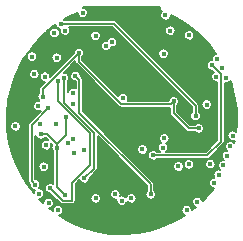
<source format=gbr>
G04 #@! TF.GenerationSoftware,KiCad,Pcbnew,(5.1.5-0-10_14)*
G04 #@! TF.CreationDate,2021-05-03T17:37:28-04:00*
G04 #@! TF.ProjectId,ESLO_RB2,45534c4f-5f52-4423-922e-6b696361645f,rev?*
G04 #@! TF.SameCoordinates,Original*
G04 #@! TF.FileFunction,Copper,L3,Inr*
G04 #@! TF.FilePolarity,Positive*
%FSLAX46Y46*%
G04 Gerber Fmt 4.6, Leading zero omitted, Abs format (unit mm)*
G04 Created by KiCad (PCBNEW (5.1.5-0-10_14)) date 2021-05-03 17:37:28*
%MOMM*%
%LPD*%
G04 APERTURE LIST*
%ADD10C,0.450000*%
%ADD11C,0.150000*%
G04 APERTURE END LIST*
D10*
X215700000Y-95600000D03*
X208769849Y-89145884D03*
X210515358Y-80618212D03*
X206700000Y-89300000D03*
X221943263Y-88428318D03*
X221381794Y-92518206D03*
X210134079Y-89099990D03*
X215800000Y-86900000D03*
X208641366Y-87589013D03*
X217449990Y-91262540D03*
X213477557Y-81650010D03*
X222889990Y-87460701D03*
X212522726Y-91310453D03*
X209300000Y-90900016D03*
X219800000Y-81200000D03*
X221400000Y-81600000D03*
X223800000Y-83600000D03*
X224200000Y-84400000D03*
X224500000Y-85200000D03*
X225100000Y-90100000D03*
X224900000Y-91000000D03*
X224600000Y-91800000D03*
X224300000Y-92600000D03*
X223900000Y-93400000D03*
X223500000Y-94100000D03*
X222100000Y-95700000D03*
X221200000Y-96400000D03*
X220500000Y-92700000D03*
X223200000Y-92500000D03*
X215150000Y-95050000D03*
X216500000Y-95400000D03*
X213500000Y-95400000D03*
X210300000Y-96400000D03*
X209500000Y-95800000D03*
X208700000Y-95000000D03*
X212400000Y-79700000D03*
X210900000Y-81200000D03*
X210000000Y-81400000D03*
X208100000Y-83400000D03*
X210200000Y-83500000D03*
X209200000Y-85100000D03*
X223700000Y-85100000D03*
X219400000Y-79900000D03*
X214500000Y-95400000D03*
X210900000Y-95100000D03*
X211003449Y-88539861D03*
X220100000Y-87200000D03*
X209000000Y-86800000D03*
X212075079Y-83088510D03*
X219237500Y-83162500D03*
X208826710Y-89980794D03*
X210200003Y-91118835D03*
X222203108Y-89462192D03*
X221950000Y-82450000D03*
X224500000Y-86000000D03*
X220309344Y-80349980D03*
X223340000Y-84140000D03*
X211631114Y-91532474D03*
X218350010Y-91760463D03*
X218150000Y-95050000D03*
X211781448Y-85045037D03*
X212527876Y-93697876D03*
X210823949Y-85207633D03*
X211114824Y-90726247D03*
X211595909Y-90367680D03*
X219200000Y-91100000D03*
X219300000Y-90312203D03*
X211563691Y-86472721D03*
X209100000Y-92729990D03*
X209637500Y-94550000D03*
X210300000Y-85500000D03*
X211541491Y-87372733D03*
X208300000Y-84884982D03*
X214366376Y-82508309D03*
X214864658Y-82174049D03*
X208355508Y-94228823D03*
X209470357Y-87776418D03*
D11*
X221943263Y-87543263D02*
X221943263Y-88428318D01*
X215018212Y-80618212D02*
X221943263Y-87543263D01*
X210515358Y-80618212D02*
X215018212Y-80618212D01*
X212075079Y-83841081D02*
X212075079Y-83088510D01*
X209000000Y-86163589D02*
X212075079Y-83088510D01*
X215658997Y-87424999D02*
X212075079Y-83841081D01*
X220100000Y-87200000D02*
X219875001Y-87424999D01*
X209000000Y-86800000D02*
X209000000Y-86163589D01*
X219875001Y-87424999D02*
X215658997Y-87424999D01*
X209380160Y-89980794D02*
X208826710Y-89980794D01*
X210200003Y-90800637D02*
X209380160Y-89980794D01*
X210200003Y-91118835D02*
X210200003Y-90800637D01*
X210200003Y-94400003D02*
X210200003Y-91118835D01*
X210900000Y-95100000D02*
X210200003Y-94400003D01*
X221362192Y-89462192D02*
X222203108Y-89462192D01*
X220100000Y-88200000D02*
X221362192Y-89462192D01*
X220100000Y-87200000D02*
X220100000Y-88200000D01*
X211003449Y-89996551D02*
X210200000Y-90800000D01*
X211003449Y-88539861D02*
X211003449Y-89996551D01*
X224100000Y-84900000D02*
X223340000Y-84140000D01*
X222939537Y-91760463D02*
X224100000Y-90600000D01*
X224100000Y-90600000D02*
X224100000Y-84900000D01*
X218350010Y-91760463D02*
X222939537Y-91760463D01*
X212100000Y-85363589D02*
X211781448Y-85045037D01*
X218150000Y-94201442D02*
X212100000Y-88151442D01*
X212100000Y-88151442D02*
X212100000Y-85363589D01*
X218150000Y-95050000D02*
X218150000Y-94201442D01*
X210823949Y-87299670D02*
X210823949Y-85207633D01*
X213349764Y-92875988D02*
X213349764Y-89825485D01*
X213349764Y-89825485D02*
X210823949Y-87299670D01*
X212527876Y-93697876D02*
X213349764Y-92875988D01*
X209637500Y-94550000D02*
X210687500Y-95600000D01*
X210300000Y-87200000D02*
X210300000Y-85500000D01*
X213000000Y-92559748D02*
X213000000Y-89900000D01*
X211500000Y-94059748D02*
X213000000Y-92559748D01*
X210687500Y-95600000D02*
X211500000Y-95600000D01*
X213000000Y-89900000D02*
X210300000Y-87200000D01*
X211500000Y-95600000D02*
X211500000Y-94059748D01*
X208093356Y-89153419D02*
X209470357Y-87776418D01*
X208093356Y-93966671D02*
X208093356Y-89153419D01*
X208355508Y-94228823D02*
X208093356Y-93966671D01*
G36*
X218950001Y-79342275D02*
G01*
X218953619Y-79379008D01*
X218967914Y-79426134D01*
X218991128Y-79469564D01*
X219022369Y-79507632D01*
X219060437Y-79538873D01*
X219102336Y-79561268D01*
X219050462Y-79613142D01*
X219001215Y-79686845D01*
X218967294Y-79768740D01*
X218950000Y-79855679D01*
X218950000Y-79944321D01*
X218967294Y-80031260D01*
X219001215Y-80113155D01*
X219050462Y-80186858D01*
X219113142Y-80249538D01*
X219186845Y-80298785D01*
X219268740Y-80332706D01*
X219355679Y-80350000D01*
X219444321Y-80350000D01*
X219531260Y-80332706D01*
X219613155Y-80298785D01*
X219686858Y-80249538D01*
X219749538Y-80186858D01*
X219798785Y-80113155D01*
X219832706Y-80031260D01*
X219850000Y-79944321D01*
X219850000Y-79894354D01*
X220230400Y-80064374D01*
X221277012Y-80700281D01*
X222235664Y-81462343D01*
X223091246Y-82338550D01*
X223711923Y-83158704D01*
X223668740Y-83167294D01*
X223586845Y-83201215D01*
X223513142Y-83250462D01*
X223450462Y-83313142D01*
X223401215Y-83386845D01*
X223367294Y-83468740D01*
X223350000Y-83555679D01*
X223350000Y-83644321D01*
X223359087Y-83690000D01*
X223295679Y-83690000D01*
X223208740Y-83707294D01*
X223126845Y-83741215D01*
X223053142Y-83790462D01*
X222990462Y-83853142D01*
X222941215Y-83926845D01*
X222907294Y-84008740D01*
X222890000Y-84095679D01*
X222890000Y-84184321D01*
X222907294Y-84271260D01*
X222941215Y-84353155D01*
X222990462Y-84426858D01*
X223053142Y-84489538D01*
X223126845Y-84538785D01*
X223208740Y-84572706D01*
X223295679Y-84590000D01*
X223365737Y-84590000D01*
X223480914Y-84705178D01*
X223413142Y-84750462D01*
X223350462Y-84813142D01*
X223301215Y-84886845D01*
X223267294Y-84968740D01*
X223250000Y-85055679D01*
X223250000Y-85144321D01*
X223267294Y-85231260D01*
X223301215Y-85313155D01*
X223350462Y-85386858D01*
X223413142Y-85449538D01*
X223486845Y-85498785D01*
X223568740Y-85532706D01*
X223655679Y-85550000D01*
X223744321Y-85550000D01*
X223800001Y-85538924D01*
X223800000Y-90475736D01*
X222815274Y-91460463D01*
X219470508Y-91460463D01*
X219486858Y-91449538D01*
X219549538Y-91386858D01*
X219598785Y-91313155D01*
X219632706Y-91231260D01*
X219650000Y-91144321D01*
X219650000Y-91055679D01*
X219632706Y-90968740D01*
X219598785Y-90886845D01*
X219549538Y-90813142D01*
X219486858Y-90750462D01*
X219460452Y-90732818D01*
X219513155Y-90710988D01*
X219586858Y-90661741D01*
X219649538Y-90599061D01*
X219698785Y-90525358D01*
X219732706Y-90443463D01*
X219750000Y-90356524D01*
X219750000Y-90267882D01*
X219732706Y-90180943D01*
X219698785Y-90099048D01*
X219649538Y-90025345D01*
X219586858Y-89962665D01*
X219513155Y-89913418D01*
X219431260Y-89879497D01*
X219344321Y-89862203D01*
X219255679Y-89862203D01*
X219168740Y-89879497D01*
X219086845Y-89913418D01*
X219013142Y-89962665D01*
X218950462Y-90025345D01*
X218901215Y-90099048D01*
X218867294Y-90180943D01*
X218850000Y-90267882D01*
X218850000Y-90356524D01*
X218867294Y-90443463D01*
X218901215Y-90525358D01*
X218950462Y-90599061D01*
X219013142Y-90661741D01*
X219039548Y-90679385D01*
X218986845Y-90701215D01*
X218913142Y-90750462D01*
X218850462Y-90813142D01*
X218801215Y-90886845D01*
X218767294Y-90968740D01*
X218750000Y-91055679D01*
X218750000Y-91144321D01*
X218767294Y-91231260D01*
X218801215Y-91313155D01*
X218850462Y-91386858D01*
X218913142Y-91449538D01*
X218929492Y-91460463D01*
X218686406Y-91460463D01*
X218636868Y-91410925D01*
X218563165Y-91361678D01*
X218481270Y-91327757D01*
X218394331Y-91310463D01*
X218305689Y-91310463D01*
X218218750Y-91327757D01*
X218136855Y-91361678D01*
X218063152Y-91410925D01*
X218000472Y-91473605D01*
X217951225Y-91547308D01*
X217917304Y-91629203D01*
X217900010Y-91716142D01*
X217900010Y-91804784D01*
X217917304Y-91891723D01*
X217951225Y-91973618D01*
X218000472Y-92047321D01*
X218063152Y-92110001D01*
X218136855Y-92159248D01*
X218218750Y-92193169D01*
X218305689Y-92210463D01*
X218394331Y-92210463D01*
X218481270Y-92193169D01*
X218563165Y-92159248D01*
X218636868Y-92110001D01*
X218686406Y-92060463D01*
X222924814Y-92060463D01*
X222939537Y-92061913D01*
X222954260Y-92060463D01*
X222954270Y-92060463D01*
X222998347Y-92056122D01*
X223054897Y-92038967D01*
X223107014Y-92011110D01*
X223152695Y-91973621D01*
X223162090Y-91962173D01*
X224301716Y-90822547D01*
X224313158Y-90813158D01*
X224322550Y-90801714D01*
X224350647Y-90767478D01*
X224378504Y-90715360D01*
X224382795Y-90701215D01*
X224395659Y-90658810D01*
X224400000Y-90614733D01*
X224400000Y-90614730D01*
X224401451Y-90600000D01*
X224400000Y-90585270D01*
X224400000Y-85638924D01*
X224455679Y-85650000D01*
X224544321Y-85650000D01*
X224631260Y-85632706D01*
X224713155Y-85598785D01*
X224786858Y-85549538D01*
X224849538Y-85486858D01*
X224884204Y-85434976D01*
X224914014Y-85506176D01*
X225241652Y-86686183D01*
X225418811Y-87897947D01*
X225442699Y-89122354D01*
X225376507Y-89743546D01*
X225313155Y-89701215D01*
X225231260Y-89667294D01*
X225144321Y-89650000D01*
X225055679Y-89650000D01*
X224968740Y-89667294D01*
X224886845Y-89701215D01*
X224813142Y-89750462D01*
X224750462Y-89813142D01*
X224701215Y-89886845D01*
X224667294Y-89968740D01*
X224650000Y-90055679D01*
X224650000Y-90144321D01*
X224667294Y-90231260D01*
X224701215Y-90313155D01*
X224750462Y-90386858D01*
X224813142Y-90449538D01*
X224886845Y-90498785D01*
X224968740Y-90532706D01*
X225055679Y-90550000D01*
X225144321Y-90550000D01*
X225231260Y-90532706D01*
X225271400Y-90516080D01*
X225229590Y-90693194D01*
X225186858Y-90650462D01*
X225113155Y-90601215D01*
X225031260Y-90567294D01*
X224944321Y-90550000D01*
X224855679Y-90550000D01*
X224768740Y-90567294D01*
X224686845Y-90601215D01*
X224613142Y-90650462D01*
X224550462Y-90713142D01*
X224501215Y-90786845D01*
X224467294Y-90868740D01*
X224450000Y-90955679D01*
X224450000Y-91044321D01*
X224467294Y-91131260D01*
X224501215Y-91213155D01*
X224550462Y-91286858D01*
X224613142Y-91349538D01*
X224613833Y-91350000D01*
X224555679Y-91350000D01*
X224468740Y-91367294D01*
X224386845Y-91401215D01*
X224313142Y-91450462D01*
X224250462Y-91513142D01*
X224201215Y-91586845D01*
X224167294Y-91668740D01*
X224150000Y-91755679D01*
X224150000Y-91844321D01*
X224167294Y-91931260D01*
X224201215Y-92013155D01*
X224250462Y-92086858D01*
X224313142Y-92149538D01*
X224313833Y-92150000D01*
X224255679Y-92150000D01*
X224168740Y-92167294D01*
X224086845Y-92201215D01*
X224013142Y-92250462D01*
X223950462Y-92313142D01*
X223901215Y-92386845D01*
X223867294Y-92468740D01*
X223850000Y-92555679D01*
X223850000Y-92644321D01*
X223867294Y-92731260D01*
X223901215Y-92813155D01*
X223950462Y-92886858D01*
X224013142Y-92949538D01*
X224053505Y-92976508D01*
X224031260Y-92967294D01*
X223944321Y-92950000D01*
X223855679Y-92950000D01*
X223768740Y-92967294D01*
X223686845Y-93001215D01*
X223613142Y-93050462D01*
X223550462Y-93113142D01*
X223501215Y-93186845D01*
X223467294Y-93268740D01*
X223450000Y-93355679D01*
X223450000Y-93444321D01*
X223467294Y-93531260D01*
X223501215Y-93613155D01*
X223525834Y-93650000D01*
X223455679Y-93650000D01*
X223368740Y-93667294D01*
X223286845Y-93701215D01*
X223213142Y-93750462D01*
X223150462Y-93813142D01*
X223101215Y-93886845D01*
X223067294Y-93968740D01*
X223050000Y-94055679D01*
X223050000Y-94144321D01*
X223067294Y-94231260D01*
X223101215Y-94313155D01*
X223150462Y-94386858D01*
X223213142Y-94449538D01*
X223286845Y-94498785D01*
X223368740Y-94532706D01*
X223455679Y-94550000D01*
X223485948Y-94550000D01*
X223333753Y-94768310D01*
X222546832Y-95639753D01*
X222532706Y-95568740D01*
X222498785Y-95486845D01*
X222449538Y-95413142D01*
X222386858Y-95350462D01*
X222313155Y-95301215D01*
X222231260Y-95267294D01*
X222144321Y-95250000D01*
X222055679Y-95250000D01*
X221968740Y-95267294D01*
X221886845Y-95301215D01*
X221813142Y-95350462D01*
X221750462Y-95413142D01*
X221701215Y-95486845D01*
X221667294Y-95568740D01*
X221650000Y-95655679D01*
X221650000Y-95744321D01*
X221667294Y-95831260D01*
X221701215Y-95913155D01*
X221750462Y-95986858D01*
X221813142Y-96049538D01*
X221886845Y-96098785D01*
X221968740Y-96132706D01*
X221980957Y-96135136D01*
X221650000Y-96419982D01*
X221650000Y-96355679D01*
X221632706Y-96268740D01*
X221598785Y-96186845D01*
X221549538Y-96113142D01*
X221486858Y-96050462D01*
X221413155Y-96001215D01*
X221331260Y-95967294D01*
X221244321Y-95950000D01*
X221155679Y-95950000D01*
X221068740Y-95967294D01*
X220986845Y-96001215D01*
X220913142Y-96050462D01*
X220850462Y-96113142D01*
X220801215Y-96186845D01*
X220767294Y-96268740D01*
X220750000Y-96355679D01*
X220750000Y-96444321D01*
X220767294Y-96531260D01*
X220801215Y-96613155D01*
X220850462Y-96686858D01*
X220913142Y-96749538D01*
X220986845Y-96798785D01*
X221054986Y-96827009D01*
X220563784Y-97152347D01*
X219466082Y-97695288D01*
X218308968Y-98096375D01*
X217110722Y-98349272D01*
X215890219Y-98449995D01*
X214666730Y-98396954D01*
X213459523Y-98190987D01*
X212287650Y-97835340D01*
X211169600Y-97335626D01*
X210363914Y-96846103D01*
X210431260Y-96832706D01*
X210513155Y-96798785D01*
X210586858Y-96749538D01*
X210649538Y-96686858D01*
X210698785Y-96613155D01*
X210732706Y-96531260D01*
X210750000Y-96444321D01*
X210750000Y-96355679D01*
X210732706Y-96268740D01*
X210698785Y-96186845D01*
X210649538Y-96113142D01*
X210586858Y-96050462D01*
X210513155Y-96001215D01*
X210431260Y-95967294D01*
X210344321Y-95950000D01*
X210255679Y-95950000D01*
X210168740Y-95967294D01*
X210086845Y-96001215D01*
X210013142Y-96050462D01*
X209950462Y-96113142D01*
X209901215Y-96186845D01*
X209867294Y-96268740D01*
X209850000Y-96355679D01*
X209850000Y-96444321D01*
X209859071Y-96489923D01*
X209554666Y-96247942D01*
X209631260Y-96232706D01*
X209713155Y-96198785D01*
X209786858Y-96149538D01*
X209849538Y-96086858D01*
X209898785Y-96013155D01*
X209932706Y-95931260D01*
X209950000Y-95844321D01*
X209950000Y-95755679D01*
X209932706Y-95668740D01*
X209898785Y-95586845D01*
X209849538Y-95513142D01*
X209786858Y-95450462D01*
X209713155Y-95401215D01*
X209631260Y-95367294D01*
X209544321Y-95350000D01*
X209455679Y-95350000D01*
X209368740Y-95367294D01*
X209286845Y-95401215D01*
X209213142Y-95450462D01*
X209150462Y-95513142D01*
X209101215Y-95586845D01*
X209067294Y-95668740D01*
X209050000Y-95755679D01*
X209050000Y-95820564D01*
X208688158Y-95450000D01*
X208744321Y-95450000D01*
X208831260Y-95432706D01*
X208913155Y-95398785D01*
X208986858Y-95349538D01*
X209049538Y-95286858D01*
X209098785Y-95213155D01*
X209132706Y-95131260D01*
X209150000Y-95044321D01*
X209150000Y-94955679D01*
X209132706Y-94868740D01*
X209098785Y-94786845D01*
X209049538Y-94713142D01*
X208986858Y-94650462D01*
X208913155Y-94601215D01*
X208831260Y-94567294D01*
X208744321Y-94550000D01*
X208670727Y-94550000D01*
X208705046Y-94515681D01*
X208754293Y-94441978D01*
X208788214Y-94360083D01*
X208805508Y-94273144D01*
X208805508Y-94184502D01*
X208788214Y-94097563D01*
X208754293Y-94015668D01*
X208705046Y-93941965D01*
X208642366Y-93879285D01*
X208568663Y-93830038D01*
X208486768Y-93796117D01*
X208399829Y-93778823D01*
X208393356Y-93778823D01*
X208393356Y-92685669D01*
X208650000Y-92685669D01*
X208650000Y-92774311D01*
X208667294Y-92861250D01*
X208701215Y-92943145D01*
X208750462Y-93016848D01*
X208813142Y-93079528D01*
X208886845Y-93128775D01*
X208968740Y-93162696D01*
X209055679Y-93179990D01*
X209144321Y-93179990D01*
X209231260Y-93162696D01*
X209313155Y-93128775D01*
X209386858Y-93079528D01*
X209449538Y-93016848D01*
X209498785Y-92943145D01*
X209532706Y-92861250D01*
X209550000Y-92774311D01*
X209550000Y-92685669D01*
X209532706Y-92598730D01*
X209498785Y-92516835D01*
X209449538Y-92443132D01*
X209386858Y-92380452D01*
X209313155Y-92331205D01*
X209231260Y-92297284D01*
X209144321Y-92279990D01*
X209055679Y-92279990D01*
X208968740Y-92297284D01*
X208886845Y-92331205D01*
X208813142Y-92380452D01*
X208750462Y-92443132D01*
X208701215Y-92516835D01*
X208667294Y-92598730D01*
X208650000Y-92685669D01*
X208393356Y-92685669D01*
X208393356Y-90108796D01*
X208394004Y-90112054D01*
X208427925Y-90193949D01*
X208477172Y-90267652D01*
X208539852Y-90330332D01*
X208613555Y-90379579D01*
X208695450Y-90413500D01*
X208782389Y-90430794D01*
X208871031Y-90430794D01*
X208957970Y-90413500D01*
X209039865Y-90379579D01*
X209113568Y-90330332D01*
X209163106Y-90280794D01*
X209255897Y-90280794D01*
X209450298Y-90475196D01*
X209431260Y-90467310D01*
X209344321Y-90450016D01*
X209255679Y-90450016D01*
X209168740Y-90467310D01*
X209086845Y-90501231D01*
X209013142Y-90550478D01*
X208950462Y-90613158D01*
X208901215Y-90686861D01*
X208867294Y-90768756D01*
X208850000Y-90855695D01*
X208850000Y-90944337D01*
X208867294Y-91031276D01*
X208901215Y-91113171D01*
X208950462Y-91186874D01*
X209013142Y-91249554D01*
X209086845Y-91298801D01*
X209168740Y-91332722D01*
X209255679Y-91350016D01*
X209344321Y-91350016D01*
X209431260Y-91332722D01*
X209513155Y-91298801D01*
X209586858Y-91249554D01*
X209649538Y-91186874D01*
X209698785Y-91113171D01*
X209732706Y-91031276D01*
X209750000Y-90944337D01*
X209750000Y-90855695D01*
X209732706Y-90768756D01*
X209724821Y-90749718D01*
X209833087Y-90857985D01*
X209801218Y-90905680D01*
X209767297Y-90987575D01*
X209750003Y-91074514D01*
X209750003Y-91163156D01*
X209767297Y-91250095D01*
X209801218Y-91331990D01*
X209850465Y-91405693D01*
X209900004Y-91455232D01*
X209900003Y-94184188D01*
X209850655Y-94151215D01*
X209768760Y-94117294D01*
X209681821Y-94100000D01*
X209593179Y-94100000D01*
X209506240Y-94117294D01*
X209424345Y-94151215D01*
X209350642Y-94200462D01*
X209287962Y-94263142D01*
X209238715Y-94336845D01*
X209204794Y-94418740D01*
X209187500Y-94505679D01*
X209187500Y-94594321D01*
X209204794Y-94681260D01*
X209238715Y-94763155D01*
X209287962Y-94836858D01*
X209350642Y-94899538D01*
X209424345Y-94948785D01*
X209506240Y-94982706D01*
X209593179Y-95000000D01*
X209663237Y-95000000D01*
X210464951Y-95801715D01*
X210474342Y-95813158D01*
X210485785Y-95822549D01*
X210520022Y-95850647D01*
X210539996Y-95861323D01*
X210572140Y-95878504D01*
X210628690Y-95895659D01*
X210672767Y-95900000D01*
X210672776Y-95900000D01*
X210687499Y-95901450D01*
X210702222Y-95900000D01*
X211485267Y-95900000D01*
X211500000Y-95901451D01*
X211514733Y-95900000D01*
X211558810Y-95895659D01*
X211615360Y-95878504D01*
X211667477Y-95850647D01*
X211713158Y-95813158D01*
X211750647Y-95767477D01*
X211778504Y-95715360D01*
X211795659Y-95658810D01*
X211801451Y-95600000D01*
X211800000Y-95585267D01*
X211800000Y-95355679D01*
X213050000Y-95355679D01*
X213050000Y-95444321D01*
X213067294Y-95531260D01*
X213101215Y-95613155D01*
X213150462Y-95686858D01*
X213213142Y-95749538D01*
X213286845Y-95798785D01*
X213368740Y-95832706D01*
X213455679Y-95850000D01*
X213544321Y-95850000D01*
X213631260Y-95832706D01*
X213713155Y-95798785D01*
X213786858Y-95749538D01*
X213849538Y-95686858D01*
X213898785Y-95613155D01*
X213932706Y-95531260D01*
X213950000Y-95444321D01*
X213950000Y-95355679D01*
X213932706Y-95268740D01*
X213898785Y-95186845D01*
X213849538Y-95113142D01*
X213786858Y-95050462D01*
X213719836Y-95005679D01*
X214700000Y-95005679D01*
X214700000Y-95094321D01*
X214717294Y-95181260D01*
X214751215Y-95263155D01*
X214800462Y-95336858D01*
X214863142Y-95399538D01*
X214936845Y-95448785D01*
X215018740Y-95482706D01*
X215105679Y-95500000D01*
X215194321Y-95500000D01*
X215263826Y-95486174D01*
X215250000Y-95555679D01*
X215250000Y-95644321D01*
X215267294Y-95731260D01*
X215301215Y-95813155D01*
X215350462Y-95886858D01*
X215413142Y-95949538D01*
X215486845Y-95998785D01*
X215568740Y-96032706D01*
X215655679Y-96050000D01*
X215744321Y-96050000D01*
X215831260Y-96032706D01*
X215913155Y-95998785D01*
X215986858Y-95949538D01*
X216049538Y-95886858D01*
X216098785Y-95813155D01*
X216132706Y-95731260D01*
X216143586Y-95676567D01*
X216150462Y-95686858D01*
X216213142Y-95749538D01*
X216286845Y-95798785D01*
X216368740Y-95832706D01*
X216455679Y-95850000D01*
X216544321Y-95850000D01*
X216631260Y-95832706D01*
X216713155Y-95798785D01*
X216786858Y-95749538D01*
X216849538Y-95686858D01*
X216898785Y-95613155D01*
X216932706Y-95531260D01*
X216950000Y-95444321D01*
X216950000Y-95355679D01*
X216932706Y-95268740D01*
X216898785Y-95186845D01*
X216849538Y-95113142D01*
X216786858Y-95050462D01*
X216713155Y-95001215D01*
X216631260Y-94967294D01*
X216544321Y-94950000D01*
X216455679Y-94950000D01*
X216368740Y-94967294D01*
X216286845Y-95001215D01*
X216213142Y-95050462D01*
X216150462Y-95113142D01*
X216101215Y-95186845D01*
X216067294Y-95268740D01*
X216056414Y-95323433D01*
X216049538Y-95313142D01*
X215986858Y-95250462D01*
X215913155Y-95201215D01*
X215831260Y-95167294D01*
X215744321Y-95150000D01*
X215655679Y-95150000D01*
X215586174Y-95163826D01*
X215600000Y-95094321D01*
X215600000Y-95005679D01*
X215582706Y-94918740D01*
X215548785Y-94836845D01*
X215499538Y-94763142D01*
X215436858Y-94700462D01*
X215363155Y-94651215D01*
X215281260Y-94617294D01*
X215194321Y-94600000D01*
X215105679Y-94600000D01*
X215018740Y-94617294D01*
X214936845Y-94651215D01*
X214863142Y-94700462D01*
X214800462Y-94763142D01*
X214751215Y-94836845D01*
X214717294Y-94918740D01*
X214700000Y-95005679D01*
X213719836Y-95005679D01*
X213713155Y-95001215D01*
X213631260Y-94967294D01*
X213544321Y-94950000D01*
X213455679Y-94950000D01*
X213368740Y-94967294D01*
X213286845Y-95001215D01*
X213213142Y-95050462D01*
X213150462Y-95113142D01*
X213101215Y-95186845D01*
X213067294Y-95268740D01*
X213050000Y-95355679D01*
X211800000Y-95355679D01*
X211800000Y-94184011D01*
X212112657Y-93871354D01*
X212129091Y-93911031D01*
X212178338Y-93984734D01*
X212241018Y-94047414D01*
X212314721Y-94096661D01*
X212396616Y-94130582D01*
X212483555Y-94147876D01*
X212572197Y-94147876D01*
X212659136Y-94130582D01*
X212741031Y-94096661D01*
X212814734Y-94047414D01*
X212877414Y-93984734D01*
X212926661Y-93911031D01*
X212960582Y-93829136D01*
X212977876Y-93742197D01*
X212977876Y-93672139D01*
X213551480Y-93098536D01*
X213562922Y-93089146D01*
X213594669Y-93050462D01*
X213600411Y-93043466D01*
X213618469Y-93009681D01*
X213628268Y-92991348D01*
X213645423Y-92934798D01*
X213649764Y-92890721D01*
X213649764Y-92890712D01*
X213651214Y-92875989D01*
X213649764Y-92861266D01*
X213649764Y-90125469D01*
X217850001Y-94325707D01*
X217850000Y-94713604D01*
X217800462Y-94763142D01*
X217751215Y-94836845D01*
X217717294Y-94918740D01*
X217700000Y-95005679D01*
X217700000Y-95094321D01*
X217717294Y-95181260D01*
X217751215Y-95263155D01*
X217800462Y-95336858D01*
X217863142Y-95399538D01*
X217936845Y-95448785D01*
X218018740Y-95482706D01*
X218105679Y-95500000D01*
X218194321Y-95500000D01*
X218281260Y-95482706D01*
X218363155Y-95448785D01*
X218436858Y-95399538D01*
X218499538Y-95336858D01*
X218548785Y-95263155D01*
X218582706Y-95181260D01*
X218600000Y-95094321D01*
X218600000Y-95005679D01*
X218582706Y-94918740D01*
X218548785Y-94836845D01*
X218499538Y-94763142D01*
X218450000Y-94713604D01*
X218450000Y-94216164D01*
X218451450Y-94201441D01*
X218450000Y-94186718D01*
X218450000Y-94186709D01*
X218445659Y-94142632D01*
X218428504Y-94086082D01*
X218412253Y-94055679D01*
X218400647Y-94033964D01*
X218372549Y-93999727D01*
X218363158Y-93988284D01*
X218351715Y-93978893D01*
X217028501Y-92655679D01*
X220050000Y-92655679D01*
X220050000Y-92744321D01*
X220067294Y-92831260D01*
X220101215Y-92913155D01*
X220150462Y-92986858D01*
X220213142Y-93049538D01*
X220286845Y-93098785D01*
X220368740Y-93132706D01*
X220455679Y-93150000D01*
X220544321Y-93150000D01*
X220631260Y-93132706D01*
X220713155Y-93098785D01*
X220786858Y-93049538D01*
X220849538Y-92986858D01*
X220898785Y-92913155D01*
X220932706Y-92831260D01*
X220950000Y-92744321D01*
X220950000Y-92655679D01*
X220932706Y-92568740D01*
X220898785Y-92486845D01*
X220890126Y-92473885D01*
X220931794Y-92473885D01*
X220931794Y-92562527D01*
X220949088Y-92649466D01*
X220983009Y-92731361D01*
X221032256Y-92805064D01*
X221094936Y-92867744D01*
X221168639Y-92916991D01*
X221250534Y-92950912D01*
X221337473Y-92968206D01*
X221426115Y-92968206D01*
X221513054Y-92950912D01*
X221594949Y-92916991D01*
X221668652Y-92867744D01*
X221731332Y-92805064D01*
X221780579Y-92731361D01*
X221814500Y-92649466D01*
X221831794Y-92562527D01*
X221831794Y-92473885D01*
X221828173Y-92455679D01*
X222750000Y-92455679D01*
X222750000Y-92544321D01*
X222767294Y-92631260D01*
X222801215Y-92713155D01*
X222850462Y-92786858D01*
X222913142Y-92849538D01*
X222986845Y-92898785D01*
X223068740Y-92932706D01*
X223155679Y-92950000D01*
X223244321Y-92950000D01*
X223331260Y-92932706D01*
X223413155Y-92898785D01*
X223486858Y-92849538D01*
X223549538Y-92786858D01*
X223598785Y-92713155D01*
X223632706Y-92631260D01*
X223650000Y-92544321D01*
X223650000Y-92455679D01*
X223632706Y-92368740D01*
X223598785Y-92286845D01*
X223549538Y-92213142D01*
X223486858Y-92150462D01*
X223413155Y-92101215D01*
X223331260Y-92067294D01*
X223244321Y-92050000D01*
X223155679Y-92050000D01*
X223068740Y-92067294D01*
X222986845Y-92101215D01*
X222913142Y-92150462D01*
X222850462Y-92213142D01*
X222801215Y-92286845D01*
X222767294Y-92368740D01*
X222750000Y-92455679D01*
X221828173Y-92455679D01*
X221814500Y-92386946D01*
X221780579Y-92305051D01*
X221731332Y-92231348D01*
X221668652Y-92168668D01*
X221594949Y-92119421D01*
X221513054Y-92085500D01*
X221426115Y-92068206D01*
X221337473Y-92068206D01*
X221250534Y-92085500D01*
X221168639Y-92119421D01*
X221094936Y-92168668D01*
X221032256Y-92231348D01*
X220983009Y-92305051D01*
X220949088Y-92386946D01*
X220931794Y-92473885D01*
X220890126Y-92473885D01*
X220849538Y-92413142D01*
X220786858Y-92350462D01*
X220713155Y-92301215D01*
X220631260Y-92267294D01*
X220544321Y-92250000D01*
X220455679Y-92250000D01*
X220368740Y-92267294D01*
X220286845Y-92301215D01*
X220213142Y-92350462D01*
X220150462Y-92413142D01*
X220101215Y-92486845D01*
X220067294Y-92568740D01*
X220050000Y-92655679D01*
X217028501Y-92655679D01*
X215591041Y-91218219D01*
X216999990Y-91218219D01*
X216999990Y-91306861D01*
X217017284Y-91393800D01*
X217051205Y-91475695D01*
X217100452Y-91549398D01*
X217163132Y-91612078D01*
X217236835Y-91661325D01*
X217318730Y-91695246D01*
X217405669Y-91712540D01*
X217494311Y-91712540D01*
X217581250Y-91695246D01*
X217663145Y-91661325D01*
X217736848Y-91612078D01*
X217799528Y-91549398D01*
X217848775Y-91475695D01*
X217882696Y-91393800D01*
X217899990Y-91306861D01*
X217899990Y-91218219D01*
X217882696Y-91131280D01*
X217848775Y-91049385D01*
X217799528Y-90975682D01*
X217736848Y-90913002D01*
X217663145Y-90863755D01*
X217581250Y-90829834D01*
X217494311Y-90812540D01*
X217405669Y-90812540D01*
X217318730Y-90829834D01*
X217236835Y-90863755D01*
X217163132Y-90913002D01*
X217100452Y-90975682D01*
X217051205Y-91049385D01*
X217017284Y-91131280D01*
X216999990Y-91218219D01*
X215591041Y-91218219D01*
X212400000Y-88027179D01*
X212400000Y-85378319D01*
X212401451Y-85363589D01*
X212400000Y-85348856D01*
X212395659Y-85304779D01*
X212378504Y-85248229D01*
X212376415Y-85244321D01*
X212350647Y-85196111D01*
X212322550Y-85161875D01*
X212322549Y-85161874D01*
X212313158Y-85150431D01*
X212301715Y-85141040D01*
X212231448Y-85070773D01*
X212231448Y-85000716D01*
X212214154Y-84913777D01*
X212180233Y-84831882D01*
X212130986Y-84758179D01*
X212068306Y-84695499D01*
X211994603Y-84646252D01*
X211912708Y-84612331D01*
X211825769Y-84595037D01*
X211737127Y-84595037D01*
X211650188Y-84612331D01*
X211568293Y-84646252D01*
X211494590Y-84695499D01*
X211431910Y-84758179D01*
X211382663Y-84831882D01*
X211348742Y-84913777D01*
X211331448Y-85000716D01*
X211331448Y-85089358D01*
X211348742Y-85176297D01*
X211382663Y-85258192D01*
X211431910Y-85331895D01*
X211494590Y-85394575D01*
X211568293Y-85443822D01*
X211650188Y-85477743D01*
X211737127Y-85495037D01*
X211800001Y-85495037D01*
X211800001Y-86089408D01*
X211776846Y-86073936D01*
X211694951Y-86040015D01*
X211608012Y-86022721D01*
X211519370Y-86022721D01*
X211432431Y-86040015D01*
X211350536Y-86073936D01*
X211276833Y-86123183D01*
X211214153Y-86185863D01*
X211164906Y-86259566D01*
X211130985Y-86341461D01*
X211123949Y-86376832D01*
X211123949Y-85544029D01*
X211173487Y-85494491D01*
X211222734Y-85420788D01*
X211256655Y-85338893D01*
X211273949Y-85251954D01*
X211273949Y-85163312D01*
X211256655Y-85076373D01*
X211222734Y-84994478D01*
X211173487Y-84920775D01*
X211110807Y-84858095D01*
X211037104Y-84808848D01*
X210955209Y-84774927D01*
X210868270Y-84757633D01*
X210830220Y-84757633D01*
X211775079Y-83812774D01*
X211775079Y-83826358D01*
X211773629Y-83841081D01*
X211775079Y-83855804D01*
X211775079Y-83855813D01*
X211779420Y-83899890D01*
X211796575Y-83956440D01*
X211796576Y-83956441D01*
X211824432Y-84008558D01*
X211838955Y-84026254D01*
X211861921Y-84054239D01*
X211873369Y-84063634D01*
X215436448Y-87626714D01*
X215445839Y-87638157D01*
X215457282Y-87647548D01*
X215491519Y-87675646D01*
X215514371Y-87687860D01*
X215543637Y-87703503D01*
X215600187Y-87720658D01*
X215644264Y-87724999D01*
X215644273Y-87724999D01*
X215658996Y-87726449D01*
X215673719Y-87724999D01*
X219800001Y-87724999D01*
X219800001Y-88185267D01*
X219798550Y-88200000D01*
X219804342Y-88258810D01*
X219821497Y-88315360D01*
X219849353Y-88367477D01*
X219877451Y-88401714D01*
X219886843Y-88413158D01*
X219898285Y-88422548D01*
X221139643Y-89663907D01*
X221149034Y-89675350D01*
X221160477Y-89684741D01*
X221194714Y-89712839D01*
X221204460Y-89718048D01*
X221246832Y-89740696D01*
X221303382Y-89757851D01*
X221347459Y-89762192D01*
X221347468Y-89762192D01*
X221362191Y-89763642D01*
X221376914Y-89762192D01*
X221866712Y-89762192D01*
X221916250Y-89811730D01*
X221989953Y-89860977D01*
X222071848Y-89894898D01*
X222158787Y-89912192D01*
X222247429Y-89912192D01*
X222334368Y-89894898D01*
X222416263Y-89860977D01*
X222489966Y-89811730D01*
X222552646Y-89749050D01*
X222601893Y-89675347D01*
X222635814Y-89593452D01*
X222653108Y-89506513D01*
X222653108Y-89417871D01*
X222635814Y-89330932D01*
X222601893Y-89249037D01*
X222552646Y-89175334D01*
X222489966Y-89112654D01*
X222416263Y-89063407D01*
X222334368Y-89029486D01*
X222247429Y-89012192D01*
X222158787Y-89012192D01*
X222071848Y-89029486D01*
X221989953Y-89063407D01*
X221916250Y-89112654D01*
X221866712Y-89162192D01*
X221486456Y-89162192D01*
X220400000Y-88075737D01*
X220400000Y-87536396D01*
X220449538Y-87486858D01*
X220498785Y-87413155D01*
X220532706Y-87331260D01*
X220550000Y-87244321D01*
X220550000Y-87155679D01*
X220532706Y-87068740D01*
X220498785Y-86986845D01*
X220449538Y-86913142D01*
X220386858Y-86850462D01*
X220313155Y-86801215D01*
X220231260Y-86767294D01*
X220144321Y-86750000D01*
X220055679Y-86750000D01*
X219968740Y-86767294D01*
X219886845Y-86801215D01*
X219813142Y-86850462D01*
X219750462Y-86913142D01*
X219701215Y-86986845D01*
X219667294Y-87068740D01*
X219656103Y-87124999D01*
X216190871Y-87124999D01*
X216198785Y-87113155D01*
X216232706Y-87031260D01*
X216250000Y-86944321D01*
X216250000Y-86855679D01*
X216232706Y-86768740D01*
X216198785Y-86686845D01*
X216149538Y-86613142D01*
X216086858Y-86550462D01*
X216013155Y-86501215D01*
X215931260Y-86467294D01*
X215844321Y-86450000D01*
X215755679Y-86450000D01*
X215668740Y-86467294D01*
X215586845Y-86501215D01*
X215513142Y-86550462D01*
X215450462Y-86613142D01*
X215401215Y-86686845D01*
X215384782Y-86726520D01*
X212375079Y-83716818D01*
X212375079Y-83424906D01*
X212424617Y-83375368D01*
X212473864Y-83301665D01*
X212507785Y-83219770D01*
X212525079Y-83132831D01*
X212525079Y-83044189D01*
X212507785Y-82957250D01*
X212473864Y-82875355D01*
X212424617Y-82801652D01*
X212361937Y-82738972D01*
X212288234Y-82689725D01*
X212206339Y-82655804D01*
X212119400Y-82638510D01*
X212030758Y-82638510D01*
X211943819Y-82655804D01*
X211861924Y-82689725D01*
X211788221Y-82738972D01*
X211725541Y-82801652D01*
X211676294Y-82875355D01*
X211642373Y-82957250D01*
X211625079Y-83044189D01*
X211625079Y-83114246D01*
X209650000Y-85089326D01*
X209650000Y-85055679D01*
X209632706Y-84968740D01*
X209598785Y-84886845D01*
X209549538Y-84813142D01*
X209486858Y-84750462D01*
X209413155Y-84701215D01*
X209331260Y-84667294D01*
X209244321Y-84650000D01*
X209155679Y-84650000D01*
X209068740Y-84667294D01*
X208986845Y-84701215D01*
X208913142Y-84750462D01*
X208850462Y-84813142D01*
X208801215Y-84886845D01*
X208767294Y-84968740D01*
X208750000Y-85055679D01*
X208750000Y-85144321D01*
X208767294Y-85231260D01*
X208801215Y-85313155D01*
X208850462Y-85386858D01*
X208913142Y-85449538D01*
X208986845Y-85498785D01*
X209068740Y-85532706D01*
X209155679Y-85550000D01*
X209189326Y-85550000D01*
X208798286Y-85941040D01*
X208786843Y-85950431D01*
X208777452Y-85961874D01*
X208777451Y-85961875D01*
X208749353Y-85996112D01*
X208721497Y-86048229D01*
X208704342Y-86104779D01*
X208698550Y-86163589D01*
X208700001Y-86178322D01*
X208700001Y-86463603D01*
X208650462Y-86513142D01*
X208601215Y-86586845D01*
X208567294Y-86668740D01*
X208550000Y-86755679D01*
X208550000Y-86844321D01*
X208567294Y-86931260D01*
X208601215Y-87013155D01*
X208650462Y-87086858D01*
X208706821Y-87143217D01*
X208685687Y-87139013D01*
X208597045Y-87139013D01*
X208510106Y-87156307D01*
X208428211Y-87190228D01*
X208354508Y-87239475D01*
X208291828Y-87302155D01*
X208242581Y-87375858D01*
X208208660Y-87457753D01*
X208191366Y-87544692D01*
X208191366Y-87633334D01*
X208208660Y-87720273D01*
X208242581Y-87802168D01*
X208291828Y-87875871D01*
X208354508Y-87938551D01*
X208428211Y-87987798D01*
X208510106Y-88021719D01*
X208597045Y-88039013D01*
X208685687Y-88039013D01*
X208772626Y-88021719D01*
X208820708Y-88001803D01*
X207891641Y-88930871D01*
X207880199Y-88940261D01*
X207870808Y-88951704D01*
X207870807Y-88951705D01*
X207842709Y-88985942D01*
X207814853Y-89038059D01*
X207797698Y-89094609D01*
X207791906Y-89153419D01*
X207793357Y-89168152D01*
X207793356Y-93951948D01*
X207791906Y-93966671D01*
X207793356Y-93981394D01*
X207793356Y-93981403D01*
X207797697Y-94025480D01*
X207814852Y-94082030D01*
X207826780Y-94104345D01*
X207842709Y-94134148D01*
X207855190Y-94149356D01*
X207880198Y-94179829D01*
X207891646Y-94189224D01*
X207905508Y-94203086D01*
X207905508Y-94273144D01*
X207922802Y-94360083D01*
X207956723Y-94441978D01*
X208005970Y-94515681D01*
X208068650Y-94578361D01*
X208142353Y-94627608D01*
X208224248Y-94661529D01*
X208311187Y-94678823D01*
X208384781Y-94678823D01*
X208350462Y-94713142D01*
X208301215Y-94786845D01*
X208267294Y-94868740D01*
X208250000Y-94955679D01*
X208250000Y-94983814D01*
X207569736Y-94084921D01*
X206958935Y-93023464D01*
X206485986Y-91893824D01*
X206158348Y-90713817D01*
X205981189Y-89502054D01*
X205976383Y-89255679D01*
X206250000Y-89255679D01*
X206250000Y-89344321D01*
X206267294Y-89431260D01*
X206301215Y-89513155D01*
X206350462Y-89586858D01*
X206413142Y-89649538D01*
X206486845Y-89698785D01*
X206568740Y-89732706D01*
X206655679Y-89750000D01*
X206744321Y-89750000D01*
X206831260Y-89732706D01*
X206913155Y-89698785D01*
X206986858Y-89649538D01*
X207049538Y-89586858D01*
X207098785Y-89513155D01*
X207132706Y-89431260D01*
X207150000Y-89344321D01*
X207150000Y-89255679D01*
X207132706Y-89168740D01*
X207098785Y-89086845D01*
X207049538Y-89013142D01*
X206986858Y-88950462D01*
X206913155Y-88901215D01*
X206831260Y-88867294D01*
X206744321Y-88850000D01*
X206655679Y-88850000D01*
X206568740Y-88867294D01*
X206486845Y-88901215D01*
X206413142Y-88950462D01*
X206350462Y-89013142D01*
X206301215Y-89086845D01*
X206267294Y-89168740D01*
X206250000Y-89255679D01*
X205976383Y-89255679D01*
X205957301Y-88277646D01*
X206087062Y-87059880D01*
X206368422Y-85868001D01*
X206752166Y-84840661D01*
X207850000Y-84840661D01*
X207850000Y-84929303D01*
X207867294Y-85016242D01*
X207901215Y-85098137D01*
X207950462Y-85171840D01*
X208013142Y-85234520D01*
X208086845Y-85283767D01*
X208168740Y-85317688D01*
X208255679Y-85334982D01*
X208344321Y-85334982D01*
X208431260Y-85317688D01*
X208513155Y-85283767D01*
X208586858Y-85234520D01*
X208649538Y-85171840D01*
X208698785Y-85098137D01*
X208732706Y-85016242D01*
X208750000Y-84929303D01*
X208750000Y-84840661D01*
X208732706Y-84753722D01*
X208698785Y-84671827D01*
X208649538Y-84598124D01*
X208586858Y-84535444D01*
X208513155Y-84486197D01*
X208431260Y-84452276D01*
X208344321Y-84434982D01*
X208255679Y-84434982D01*
X208168740Y-84452276D01*
X208086845Y-84486197D01*
X208013142Y-84535444D01*
X207950462Y-84598124D01*
X207901215Y-84671827D01*
X207867294Y-84753722D01*
X207850000Y-84840661D01*
X206752166Y-84840661D01*
X206796950Y-84720770D01*
X207365883Y-83636300D01*
X207561517Y-83355679D01*
X207650000Y-83355679D01*
X207650000Y-83444321D01*
X207667294Y-83531260D01*
X207701215Y-83613155D01*
X207750462Y-83686858D01*
X207813142Y-83749538D01*
X207886845Y-83798785D01*
X207968740Y-83832706D01*
X208055679Y-83850000D01*
X208144321Y-83850000D01*
X208231260Y-83832706D01*
X208313155Y-83798785D01*
X208386858Y-83749538D01*
X208449538Y-83686858D01*
X208498785Y-83613155D01*
X208532706Y-83531260D01*
X208547740Y-83455679D01*
X209750000Y-83455679D01*
X209750000Y-83544321D01*
X209767294Y-83631260D01*
X209801215Y-83713155D01*
X209850462Y-83786858D01*
X209913142Y-83849538D01*
X209986845Y-83898785D01*
X210068740Y-83932706D01*
X210155679Y-83950000D01*
X210244321Y-83950000D01*
X210331260Y-83932706D01*
X210413155Y-83898785D01*
X210486858Y-83849538D01*
X210549538Y-83786858D01*
X210598785Y-83713155D01*
X210632706Y-83631260D01*
X210650000Y-83544321D01*
X210650000Y-83455679D01*
X210632706Y-83368740D01*
X210598785Y-83286845D01*
X210549538Y-83213142D01*
X210486858Y-83150462D01*
X210413155Y-83101215D01*
X210331260Y-83067294D01*
X210244321Y-83050000D01*
X210155679Y-83050000D01*
X210068740Y-83067294D01*
X209986845Y-83101215D01*
X209913142Y-83150462D01*
X209850462Y-83213142D01*
X209801215Y-83286845D01*
X209767294Y-83368740D01*
X209750000Y-83455679D01*
X208547740Y-83455679D01*
X208550000Y-83444321D01*
X208550000Y-83355679D01*
X208532706Y-83268740D01*
X208498785Y-83186845D01*
X208449538Y-83113142D01*
X208386858Y-83050462D01*
X208313155Y-83001215D01*
X208231260Y-82967294D01*
X208144321Y-82950000D01*
X208055679Y-82950000D01*
X207968740Y-82967294D01*
X207886845Y-83001215D01*
X207813142Y-83050462D01*
X207750462Y-83113142D01*
X207701215Y-83186845D01*
X207667294Y-83268740D01*
X207650000Y-83355679D01*
X207561517Y-83355679D01*
X208066247Y-82631690D01*
X208217683Y-82463988D01*
X213916376Y-82463988D01*
X213916376Y-82552630D01*
X213933670Y-82639569D01*
X213967591Y-82721464D01*
X214016838Y-82795167D01*
X214079518Y-82857847D01*
X214153221Y-82907094D01*
X214235116Y-82941015D01*
X214322055Y-82958309D01*
X214410697Y-82958309D01*
X214497636Y-82941015D01*
X214579531Y-82907094D01*
X214653234Y-82857847D01*
X214715914Y-82795167D01*
X214765161Y-82721464D01*
X214799082Y-82639569D01*
X214802861Y-82620573D01*
X214820337Y-82624049D01*
X214908979Y-82624049D01*
X214995918Y-82606755D01*
X215077813Y-82572834D01*
X215151516Y-82523587D01*
X215214196Y-82460907D01*
X215263443Y-82387204D01*
X215297364Y-82305309D01*
X215314658Y-82218370D01*
X215314658Y-82129728D01*
X215297364Y-82042789D01*
X215263443Y-81960894D01*
X215214196Y-81887191D01*
X215151516Y-81824511D01*
X215077813Y-81775264D01*
X214995918Y-81741343D01*
X214908979Y-81724049D01*
X214820337Y-81724049D01*
X214733398Y-81741343D01*
X214651503Y-81775264D01*
X214577800Y-81824511D01*
X214515120Y-81887191D01*
X214465873Y-81960894D01*
X214431952Y-82042789D01*
X214428173Y-82061785D01*
X214410697Y-82058309D01*
X214322055Y-82058309D01*
X214235116Y-82075603D01*
X214153221Y-82109524D01*
X214079518Y-82158771D01*
X214016838Y-82221451D01*
X213967591Y-82295154D01*
X213933670Y-82377049D01*
X213916376Y-82463988D01*
X208217683Y-82463988D01*
X208887004Y-81722776D01*
X209313526Y-81355679D01*
X209550000Y-81355679D01*
X209550000Y-81444321D01*
X209567294Y-81531260D01*
X209601215Y-81613155D01*
X209650462Y-81686858D01*
X209713142Y-81749538D01*
X209786845Y-81798785D01*
X209868740Y-81832706D01*
X209955679Y-81850000D01*
X210044321Y-81850000D01*
X210131260Y-81832706D01*
X210213155Y-81798785D01*
X210286858Y-81749538D01*
X210349538Y-81686858D01*
X210398785Y-81613155D01*
X210432706Y-81531260D01*
X210450000Y-81444321D01*
X210450000Y-81355679D01*
X210432706Y-81268740D01*
X210398785Y-81186845D01*
X210349538Y-81113142D01*
X210286858Y-81050462D01*
X210213155Y-81001215D01*
X210131260Y-80967294D01*
X210044321Y-80950000D01*
X209955679Y-80950000D01*
X209868740Y-80967294D01*
X209786845Y-81001215D01*
X209713142Y-81050462D01*
X209650462Y-81113142D01*
X209601215Y-81186845D01*
X209567294Y-81268740D01*
X209550000Y-81355679D01*
X209313526Y-81355679D01*
X209815200Y-80923902D01*
X210082176Y-80747077D01*
X210082652Y-80749472D01*
X210116573Y-80831367D01*
X210165820Y-80905070D01*
X210228500Y-80967750D01*
X210302203Y-81016997D01*
X210384098Y-81050918D01*
X210467781Y-81067564D01*
X210467294Y-81068740D01*
X210450000Y-81155679D01*
X210450000Y-81244321D01*
X210467294Y-81331260D01*
X210501215Y-81413155D01*
X210550462Y-81486858D01*
X210613142Y-81549538D01*
X210686845Y-81598785D01*
X210768740Y-81632706D01*
X210855679Y-81650000D01*
X210944321Y-81650000D01*
X211031260Y-81632706D01*
X211096486Y-81605689D01*
X213027557Y-81605689D01*
X213027557Y-81694331D01*
X213044851Y-81781270D01*
X213078772Y-81863165D01*
X213128019Y-81936868D01*
X213190699Y-81999548D01*
X213264402Y-82048795D01*
X213346297Y-82082716D01*
X213433236Y-82100010D01*
X213521878Y-82100010D01*
X213608817Y-82082716D01*
X213690712Y-82048795D01*
X213764415Y-81999548D01*
X213827095Y-81936868D01*
X213876342Y-81863165D01*
X213910263Y-81781270D01*
X213927557Y-81694331D01*
X213927557Y-81605689D01*
X213910263Y-81518750D01*
X213876342Y-81436855D01*
X213827095Y-81363152D01*
X213764415Y-81300472D01*
X213690712Y-81251225D01*
X213608817Y-81217304D01*
X213521878Y-81200010D01*
X213433236Y-81200010D01*
X213346297Y-81217304D01*
X213264402Y-81251225D01*
X213190699Y-81300472D01*
X213128019Y-81363152D01*
X213078772Y-81436855D01*
X213044851Y-81518750D01*
X213027557Y-81605689D01*
X211096486Y-81605689D01*
X211113155Y-81598785D01*
X211186858Y-81549538D01*
X211249538Y-81486858D01*
X211298785Y-81413155D01*
X211332706Y-81331260D01*
X211350000Y-81244321D01*
X211350000Y-81155679D01*
X211332706Y-81068740D01*
X211298785Y-80986845D01*
X211252926Y-80918212D01*
X214893949Y-80918212D01*
X221643263Y-87667527D01*
X221643264Y-88091921D01*
X221593725Y-88141460D01*
X221544478Y-88215163D01*
X221510557Y-88297058D01*
X221493263Y-88383997D01*
X221493263Y-88472639D01*
X221510557Y-88559578D01*
X221544478Y-88641473D01*
X221593725Y-88715176D01*
X221656405Y-88777856D01*
X221730108Y-88827103D01*
X221812003Y-88861024D01*
X221898942Y-88878318D01*
X221987584Y-88878318D01*
X222074523Y-88861024D01*
X222156418Y-88827103D01*
X222230121Y-88777856D01*
X222292801Y-88715176D01*
X222342048Y-88641473D01*
X222375969Y-88559578D01*
X222393263Y-88472639D01*
X222393263Y-88383997D01*
X222375969Y-88297058D01*
X222342048Y-88215163D01*
X222292801Y-88141460D01*
X222243263Y-88091922D01*
X222243263Y-87557985D01*
X222244713Y-87543262D01*
X222243263Y-87528539D01*
X222243263Y-87528530D01*
X222238922Y-87484453D01*
X222221767Y-87427903D01*
X222215608Y-87416380D01*
X222439990Y-87416380D01*
X222439990Y-87505022D01*
X222457284Y-87591961D01*
X222491205Y-87673856D01*
X222540452Y-87747559D01*
X222603132Y-87810239D01*
X222676835Y-87859486D01*
X222758730Y-87893407D01*
X222845669Y-87910701D01*
X222934311Y-87910701D01*
X223021250Y-87893407D01*
X223103145Y-87859486D01*
X223176848Y-87810239D01*
X223239528Y-87747559D01*
X223288775Y-87673856D01*
X223322696Y-87591961D01*
X223339990Y-87505022D01*
X223339990Y-87416380D01*
X223322696Y-87329441D01*
X223288775Y-87247546D01*
X223239528Y-87173843D01*
X223176848Y-87111163D01*
X223103145Y-87061916D01*
X223021250Y-87027995D01*
X222934311Y-87010701D01*
X222845669Y-87010701D01*
X222758730Y-87027995D01*
X222676835Y-87061916D01*
X222603132Y-87111163D01*
X222540452Y-87173843D01*
X222491205Y-87247546D01*
X222457284Y-87329441D01*
X222439990Y-87416380D01*
X222215608Y-87416380D01*
X222207769Y-87401714D01*
X222193910Y-87375785D01*
X222165812Y-87341548D01*
X222156421Y-87330105D01*
X222144980Y-87320716D01*
X217942443Y-83118179D01*
X218787500Y-83118179D01*
X218787500Y-83206821D01*
X218804794Y-83293760D01*
X218838715Y-83375655D01*
X218887962Y-83449358D01*
X218950642Y-83512038D01*
X219024345Y-83561285D01*
X219106240Y-83595206D01*
X219193179Y-83612500D01*
X219281821Y-83612500D01*
X219368760Y-83595206D01*
X219450655Y-83561285D01*
X219524358Y-83512038D01*
X219587038Y-83449358D01*
X219636285Y-83375655D01*
X219670206Y-83293760D01*
X219687500Y-83206821D01*
X219687500Y-83118179D01*
X219670206Y-83031240D01*
X219636285Y-82949345D01*
X219587038Y-82875642D01*
X219524358Y-82812962D01*
X219450655Y-82763715D01*
X219368760Y-82729794D01*
X219281821Y-82712500D01*
X219193179Y-82712500D01*
X219106240Y-82729794D01*
X219024345Y-82763715D01*
X218950642Y-82812962D01*
X218887962Y-82875642D01*
X218838715Y-82949345D01*
X218804794Y-83031240D01*
X218787500Y-83118179D01*
X217942443Y-83118179D01*
X215979943Y-81155679D01*
X219350000Y-81155679D01*
X219350000Y-81244321D01*
X219367294Y-81331260D01*
X219401215Y-81413155D01*
X219450462Y-81486858D01*
X219513142Y-81549538D01*
X219586845Y-81598785D01*
X219668740Y-81632706D01*
X219755679Y-81650000D01*
X219844321Y-81650000D01*
X219931260Y-81632706D01*
X220013155Y-81598785D01*
X220077667Y-81555679D01*
X220950000Y-81555679D01*
X220950000Y-81644321D01*
X220967294Y-81731260D01*
X221001215Y-81813155D01*
X221050462Y-81886858D01*
X221113142Y-81949538D01*
X221186845Y-81998785D01*
X221268740Y-82032706D01*
X221355679Y-82050000D01*
X221444321Y-82050000D01*
X221531260Y-82032706D01*
X221613155Y-81998785D01*
X221686858Y-81949538D01*
X221749538Y-81886858D01*
X221798785Y-81813155D01*
X221832706Y-81731260D01*
X221850000Y-81644321D01*
X221850000Y-81555679D01*
X221832706Y-81468740D01*
X221798785Y-81386845D01*
X221749538Y-81313142D01*
X221686858Y-81250462D01*
X221613155Y-81201215D01*
X221531260Y-81167294D01*
X221444321Y-81150000D01*
X221355679Y-81150000D01*
X221268740Y-81167294D01*
X221186845Y-81201215D01*
X221113142Y-81250462D01*
X221050462Y-81313142D01*
X221001215Y-81386845D01*
X220967294Y-81468740D01*
X220950000Y-81555679D01*
X220077667Y-81555679D01*
X220086858Y-81549538D01*
X220149538Y-81486858D01*
X220198785Y-81413155D01*
X220232706Y-81331260D01*
X220250000Y-81244321D01*
X220250000Y-81155679D01*
X220232706Y-81068740D01*
X220198785Y-80986845D01*
X220149538Y-80913142D01*
X220086858Y-80850462D01*
X220013155Y-80801215D01*
X219931260Y-80767294D01*
X219844321Y-80750000D01*
X219755679Y-80750000D01*
X219668740Y-80767294D01*
X219586845Y-80801215D01*
X219513142Y-80850462D01*
X219450462Y-80913142D01*
X219401215Y-80986845D01*
X219367294Y-81068740D01*
X219350000Y-81155679D01*
X215979943Y-81155679D01*
X215240765Y-80416502D01*
X215231370Y-80405054D01*
X215185689Y-80367565D01*
X215133572Y-80339708D01*
X215077022Y-80322553D01*
X215032945Y-80318212D01*
X215032935Y-80318212D01*
X215018212Y-80316762D01*
X215003489Y-80318212D01*
X210851754Y-80318212D01*
X210803118Y-80269576D01*
X210836216Y-80247653D01*
X211938788Y-79702304D01*
X211950000Y-79697865D01*
X211950000Y-79744321D01*
X211967294Y-79831260D01*
X212001215Y-79913155D01*
X212050462Y-79986858D01*
X212113142Y-80049538D01*
X212186845Y-80098785D01*
X212268740Y-80132706D01*
X212355679Y-80150000D01*
X212444321Y-80150000D01*
X212531260Y-80132706D01*
X212613155Y-80098785D01*
X212686858Y-80049538D01*
X212749538Y-79986858D01*
X212798785Y-79913155D01*
X212832706Y-79831260D01*
X212850000Y-79744321D01*
X212850000Y-79655679D01*
X212832706Y-79568740D01*
X212798785Y-79486845D01*
X212749538Y-79413142D01*
X212686858Y-79350462D01*
X212613155Y-79301215D01*
X212531260Y-79267294D01*
X212450000Y-79251130D01*
X212450000Y-79175000D01*
X218950001Y-79175000D01*
X218950001Y-79342275D01*
G37*
X218950001Y-79342275D02*
X218953619Y-79379008D01*
X218967914Y-79426134D01*
X218991128Y-79469564D01*
X219022369Y-79507632D01*
X219060437Y-79538873D01*
X219102336Y-79561268D01*
X219050462Y-79613142D01*
X219001215Y-79686845D01*
X218967294Y-79768740D01*
X218950000Y-79855679D01*
X218950000Y-79944321D01*
X218967294Y-80031260D01*
X219001215Y-80113155D01*
X219050462Y-80186858D01*
X219113142Y-80249538D01*
X219186845Y-80298785D01*
X219268740Y-80332706D01*
X219355679Y-80350000D01*
X219444321Y-80350000D01*
X219531260Y-80332706D01*
X219613155Y-80298785D01*
X219686858Y-80249538D01*
X219749538Y-80186858D01*
X219798785Y-80113155D01*
X219832706Y-80031260D01*
X219850000Y-79944321D01*
X219850000Y-79894354D01*
X220230400Y-80064374D01*
X221277012Y-80700281D01*
X222235664Y-81462343D01*
X223091246Y-82338550D01*
X223711923Y-83158704D01*
X223668740Y-83167294D01*
X223586845Y-83201215D01*
X223513142Y-83250462D01*
X223450462Y-83313142D01*
X223401215Y-83386845D01*
X223367294Y-83468740D01*
X223350000Y-83555679D01*
X223350000Y-83644321D01*
X223359087Y-83690000D01*
X223295679Y-83690000D01*
X223208740Y-83707294D01*
X223126845Y-83741215D01*
X223053142Y-83790462D01*
X222990462Y-83853142D01*
X222941215Y-83926845D01*
X222907294Y-84008740D01*
X222890000Y-84095679D01*
X222890000Y-84184321D01*
X222907294Y-84271260D01*
X222941215Y-84353155D01*
X222990462Y-84426858D01*
X223053142Y-84489538D01*
X223126845Y-84538785D01*
X223208740Y-84572706D01*
X223295679Y-84590000D01*
X223365737Y-84590000D01*
X223480914Y-84705178D01*
X223413142Y-84750462D01*
X223350462Y-84813142D01*
X223301215Y-84886845D01*
X223267294Y-84968740D01*
X223250000Y-85055679D01*
X223250000Y-85144321D01*
X223267294Y-85231260D01*
X223301215Y-85313155D01*
X223350462Y-85386858D01*
X223413142Y-85449538D01*
X223486845Y-85498785D01*
X223568740Y-85532706D01*
X223655679Y-85550000D01*
X223744321Y-85550000D01*
X223800001Y-85538924D01*
X223800000Y-90475736D01*
X222815274Y-91460463D01*
X219470508Y-91460463D01*
X219486858Y-91449538D01*
X219549538Y-91386858D01*
X219598785Y-91313155D01*
X219632706Y-91231260D01*
X219650000Y-91144321D01*
X219650000Y-91055679D01*
X219632706Y-90968740D01*
X219598785Y-90886845D01*
X219549538Y-90813142D01*
X219486858Y-90750462D01*
X219460452Y-90732818D01*
X219513155Y-90710988D01*
X219586858Y-90661741D01*
X219649538Y-90599061D01*
X219698785Y-90525358D01*
X219732706Y-90443463D01*
X219750000Y-90356524D01*
X219750000Y-90267882D01*
X219732706Y-90180943D01*
X219698785Y-90099048D01*
X219649538Y-90025345D01*
X219586858Y-89962665D01*
X219513155Y-89913418D01*
X219431260Y-89879497D01*
X219344321Y-89862203D01*
X219255679Y-89862203D01*
X219168740Y-89879497D01*
X219086845Y-89913418D01*
X219013142Y-89962665D01*
X218950462Y-90025345D01*
X218901215Y-90099048D01*
X218867294Y-90180943D01*
X218850000Y-90267882D01*
X218850000Y-90356524D01*
X218867294Y-90443463D01*
X218901215Y-90525358D01*
X218950462Y-90599061D01*
X219013142Y-90661741D01*
X219039548Y-90679385D01*
X218986845Y-90701215D01*
X218913142Y-90750462D01*
X218850462Y-90813142D01*
X218801215Y-90886845D01*
X218767294Y-90968740D01*
X218750000Y-91055679D01*
X218750000Y-91144321D01*
X218767294Y-91231260D01*
X218801215Y-91313155D01*
X218850462Y-91386858D01*
X218913142Y-91449538D01*
X218929492Y-91460463D01*
X218686406Y-91460463D01*
X218636868Y-91410925D01*
X218563165Y-91361678D01*
X218481270Y-91327757D01*
X218394331Y-91310463D01*
X218305689Y-91310463D01*
X218218750Y-91327757D01*
X218136855Y-91361678D01*
X218063152Y-91410925D01*
X218000472Y-91473605D01*
X217951225Y-91547308D01*
X217917304Y-91629203D01*
X217900010Y-91716142D01*
X217900010Y-91804784D01*
X217917304Y-91891723D01*
X217951225Y-91973618D01*
X218000472Y-92047321D01*
X218063152Y-92110001D01*
X218136855Y-92159248D01*
X218218750Y-92193169D01*
X218305689Y-92210463D01*
X218394331Y-92210463D01*
X218481270Y-92193169D01*
X218563165Y-92159248D01*
X218636868Y-92110001D01*
X218686406Y-92060463D01*
X222924814Y-92060463D01*
X222939537Y-92061913D01*
X222954260Y-92060463D01*
X222954270Y-92060463D01*
X222998347Y-92056122D01*
X223054897Y-92038967D01*
X223107014Y-92011110D01*
X223152695Y-91973621D01*
X223162090Y-91962173D01*
X224301716Y-90822547D01*
X224313158Y-90813158D01*
X224322550Y-90801714D01*
X224350647Y-90767478D01*
X224378504Y-90715360D01*
X224382795Y-90701215D01*
X224395659Y-90658810D01*
X224400000Y-90614733D01*
X224400000Y-90614730D01*
X224401451Y-90600000D01*
X224400000Y-90585270D01*
X224400000Y-85638924D01*
X224455679Y-85650000D01*
X224544321Y-85650000D01*
X224631260Y-85632706D01*
X224713155Y-85598785D01*
X224786858Y-85549538D01*
X224849538Y-85486858D01*
X224884204Y-85434976D01*
X224914014Y-85506176D01*
X225241652Y-86686183D01*
X225418811Y-87897947D01*
X225442699Y-89122354D01*
X225376507Y-89743546D01*
X225313155Y-89701215D01*
X225231260Y-89667294D01*
X225144321Y-89650000D01*
X225055679Y-89650000D01*
X224968740Y-89667294D01*
X224886845Y-89701215D01*
X224813142Y-89750462D01*
X224750462Y-89813142D01*
X224701215Y-89886845D01*
X224667294Y-89968740D01*
X224650000Y-90055679D01*
X224650000Y-90144321D01*
X224667294Y-90231260D01*
X224701215Y-90313155D01*
X224750462Y-90386858D01*
X224813142Y-90449538D01*
X224886845Y-90498785D01*
X224968740Y-90532706D01*
X225055679Y-90550000D01*
X225144321Y-90550000D01*
X225231260Y-90532706D01*
X225271400Y-90516080D01*
X225229590Y-90693194D01*
X225186858Y-90650462D01*
X225113155Y-90601215D01*
X225031260Y-90567294D01*
X224944321Y-90550000D01*
X224855679Y-90550000D01*
X224768740Y-90567294D01*
X224686845Y-90601215D01*
X224613142Y-90650462D01*
X224550462Y-90713142D01*
X224501215Y-90786845D01*
X224467294Y-90868740D01*
X224450000Y-90955679D01*
X224450000Y-91044321D01*
X224467294Y-91131260D01*
X224501215Y-91213155D01*
X224550462Y-91286858D01*
X224613142Y-91349538D01*
X224613833Y-91350000D01*
X224555679Y-91350000D01*
X224468740Y-91367294D01*
X224386845Y-91401215D01*
X224313142Y-91450462D01*
X224250462Y-91513142D01*
X224201215Y-91586845D01*
X224167294Y-91668740D01*
X224150000Y-91755679D01*
X224150000Y-91844321D01*
X224167294Y-91931260D01*
X224201215Y-92013155D01*
X224250462Y-92086858D01*
X224313142Y-92149538D01*
X224313833Y-92150000D01*
X224255679Y-92150000D01*
X224168740Y-92167294D01*
X224086845Y-92201215D01*
X224013142Y-92250462D01*
X223950462Y-92313142D01*
X223901215Y-92386845D01*
X223867294Y-92468740D01*
X223850000Y-92555679D01*
X223850000Y-92644321D01*
X223867294Y-92731260D01*
X223901215Y-92813155D01*
X223950462Y-92886858D01*
X224013142Y-92949538D01*
X224053505Y-92976508D01*
X224031260Y-92967294D01*
X223944321Y-92950000D01*
X223855679Y-92950000D01*
X223768740Y-92967294D01*
X223686845Y-93001215D01*
X223613142Y-93050462D01*
X223550462Y-93113142D01*
X223501215Y-93186845D01*
X223467294Y-93268740D01*
X223450000Y-93355679D01*
X223450000Y-93444321D01*
X223467294Y-93531260D01*
X223501215Y-93613155D01*
X223525834Y-93650000D01*
X223455679Y-93650000D01*
X223368740Y-93667294D01*
X223286845Y-93701215D01*
X223213142Y-93750462D01*
X223150462Y-93813142D01*
X223101215Y-93886845D01*
X223067294Y-93968740D01*
X223050000Y-94055679D01*
X223050000Y-94144321D01*
X223067294Y-94231260D01*
X223101215Y-94313155D01*
X223150462Y-94386858D01*
X223213142Y-94449538D01*
X223286845Y-94498785D01*
X223368740Y-94532706D01*
X223455679Y-94550000D01*
X223485948Y-94550000D01*
X223333753Y-94768310D01*
X222546832Y-95639753D01*
X222532706Y-95568740D01*
X222498785Y-95486845D01*
X222449538Y-95413142D01*
X222386858Y-95350462D01*
X222313155Y-95301215D01*
X222231260Y-95267294D01*
X222144321Y-95250000D01*
X222055679Y-95250000D01*
X221968740Y-95267294D01*
X221886845Y-95301215D01*
X221813142Y-95350462D01*
X221750462Y-95413142D01*
X221701215Y-95486845D01*
X221667294Y-95568740D01*
X221650000Y-95655679D01*
X221650000Y-95744321D01*
X221667294Y-95831260D01*
X221701215Y-95913155D01*
X221750462Y-95986858D01*
X221813142Y-96049538D01*
X221886845Y-96098785D01*
X221968740Y-96132706D01*
X221980957Y-96135136D01*
X221650000Y-96419982D01*
X221650000Y-96355679D01*
X221632706Y-96268740D01*
X221598785Y-96186845D01*
X221549538Y-96113142D01*
X221486858Y-96050462D01*
X221413155Y-96001215D01*
X221331260Y-95967294D01*
X221244321Y-95950000D01*
X221155679Y-95950000D01*
X221068740Y-95967294D01*
X220986845Y-96001215D01*
X220913142Y-96050462D01*
X220850462Y-96113142D01*
X220801215Y-96186845D01*
X220767294Y-96268740D01*
X220750000Y-96355679D01*
X220750000Y-96444321D01*
X220767294Y-96531260D01*
X220801215Y-96613155D01*
X220850462Y-96686858D01*
X220913142Y-96749538D01*
X220986845Y-96798785D01*
X221054986Y-96827009D01*
X220563784Y-97152347D01*
X219466082Y-97695288D01*
X218308968Y-98096375D01*
X217110722Y-98349272D01*
X215890219Y-98449995D01*
X214666730Y-98396954D01*
X213459523Y-98190987D01*
X212287650Y-97835340D01*
X211169600Y-97335626D01*
X210363914Y-96846103D01*
X210431260Y-96832706D01*
X210513155Y-96798785D01*
X210586858Y-96749538D01*
X210649538Y-96686858D01*
X210698785Y-96613155D01*
X210732706Y-96531260D01*
X210750000Y-96444321D01*
X210750000Y-96355679D01*
X210732706Y-96268740D01*
X210698785Y-96186845D01*
X210649538Y-96113142D01*
X210586858Y-96050462D01*
X210513155Y-96001215D01*
X210431260Y-95967294D01*
X210344321Y-95950000D01*
X210255679Y-95950000D01*
X210168740Y-95967294D01*
X210086845Y-96001215D01*
X210013142Y-96050462D01*
X209950462Y-96113142D01*
X209901215Y-96186845D01*
X209867294Y-96268740D01*
X209850000Y-96355679D01*
X209850000Y-96444321D01*
X209859071Y-96489923D01*
X209554666Y-96247942D01*
X209631260Y-96232706D01*
X209713155Y-96198785D01*
X209786858Y-96149538D01*
X209849538Y-96086858D01*
X209898785Y-96013155D01*
X209932706Y-95931260D01*
X209950000Y-95844321D01*
X209950000Y-95755679D01*
X209932706Y-95668740D01*
X209898785Y-95586845D01*
X209849538Y-95513142D01*
X209786858Y-95450462D01*
X209713155Y-95401215D01*
X209631260Y-95367294D01*
X209544321Y-95350000D01*
X209455679Y-95350000D01*
X209368740Y-95367294D01*
X209286845Y-95401215D01*
X209213142Y-95450462D01*
X209150462Y-95513142D01*
X209101215Y-95586845D01*
X209067294Y-95668740D01*
X209050000Y-95755679D01*
X209050000Y-95820564D01*
X208688158Y-95450000D01*
X208744321Y-95450000D01*
X208831260Y-95432706D01*
X208913155Y-95398785D01*
X208986858Y-95349538D01*
X209049538Y-95286858D01*
X209098785Y-95213155D01*
X209132706Y-95131260D01*
X209150000Y-95044321D01*
X209150000Y-94955679D01*
X209132706Y-94868740D01*
X209098785Y-94786845D01*
X209049538Y-94713142D01*
X208986858Y-94650462D01*
X208913155Y-94601215D01*
X208831260Y-94567294D01*
X208744321Y-94550000D01*
X208670727Y-94550000D01*
X208705046Y-94515681D01*
X208754293Y-94441978D01*
X208788214Y-94360083D01*
X208805508Y-94273144D01*
X208805508Y-94184502D01*
X208788214Y-94097563D01*
X208754293Y-94015668D01*
X208705046Y-93941965D01*
X208642366Y-93879285D01*
X208568663Y-93830038D01*
X208486768Y-93796117D01*
X208399829Y-93778823D01*
X208393356Y-93778823D01*
X208393356Y-92685669D01*
X208650000Y-92685669D01*
X208650000Y-92774311D01*
X208667294Y-92861250D01*
X208701215Y-92943145D01*
X208750462Y-93016848D01*
X208813142Y-93079528D01*
X208886845Y-93128775D01*
X208968740Y-93162696D01*
X209055679Y-93179990D01*
X209144321Y-93179990D01*
X209231260Y-93162696D01*
X209313155Y-93128775D01*
X209386858Y-93079528D01*
X209449538Y-93016848D01*
X209498785Y-92943145D01*
X209532706Y-92861250D01*
X209550000Y-92774311D01*
X209550000Y-92685669D01*
X209532706Y-92598730D01*
X209498785Y-92516835D01*
X209449538Y-92443132D01*
X209386858Y-92380452D01*
X209313155Y-92331205D01*
X209231260Y-92297284D01*
X209144321Y-92279990D01*
X209055679Y-92279990D01*
X208968740Y-92297284D01*
X208886845Y-92331205D01*
X208813142Y-92380452D01*
X208750462Y-92443132D01*
X208701215Y-92516835D01*
X208667294Y-92598730D01*
X208650000Y-92685669D01*
X208393356Y-92685669D01*
X208393356Y-90108796D01*
X208394004Y-90112054D01*
X208427925Y-90193949D01*
X208477172Y-90267652D01*
X208539852Y-90330332D01*
X208613555Y-90379579D01*
X208695450Y-90413500D01*
X208782389Y-90430794D01*
X208871031Y-90430794D01*
X208957970Y-90413500D01*
X209039865Y-90379579D01*
X209113568Y-90330332D01*
X209163106Y-90280794D01*
X209255897Y-90280794D01*
X209450298Y-90475196D01*
X209431260Y-90467310D01*
X209344321Y-90450016D01*
X209255679Y-90450016D01*
X209168740Y-90467310D01*
X209086845Y-90501231D01*
X209013142Y-90550478D01*
X208950462Y-90613158D01*
X208901215Y-90686861D01*
X208867294Y-90768756D01*
X208850000Y-90855695D01*
X208850000Y-90944337D01*
X208867294Y-91031276D01*
X208901215Y-91113171D01*
X208950462Y-91186874D01*
X209013142Y-91249554D01*
X209086845Y-91298801D01*
X209168740Y-91332722D01*
X209255679Y-91350016D01*
X209344321Y-91350016D01*
X209431260Y-91332722D01*
X209513155Y-91298801D01*
X209586858Y-91249554D01*
X209649538Y-91186874D01*
X209698785Y-91113171D01*
X209732706Y-91031276D01*
X209750000Y-90944337D01*
X209750000Y-90855695D01*
X209732706Y-90768756D01*
X209724821Y-90749718D01*
X209833087Y-90857985D01*
X209801218Y-90905680D01*
X209767297Y-90987575D01*
X209750003Y-91074514D01*
X209750003Y-91163156D01*
X209767297Y-91250095D01*
X209801218Y-91331990D01*
X209850465Y-91405693D01*
X209900004Y-91455232D01*
X209900003Y-94184188D01*
X209850655Y-94151215D01*
X209768760Y-94117294D01*
X209681821Y-94100000D01*
X209593179Y-94100000D01*
X209506240Y-94117294D01*
X209424345Y-94151215D01*
X209350642Y-94200462D01*
X209287962Y-94263142D01*
X209238715Y-94336845D01*
X209204794Y-94418740D01*
X209187500Y-94505679D01*
X209187500Y-94594321D01*
X209204794Y-94681260D01*
X209238715Y-94763155D01*
X209287962Y-94836858D01*
X209350642Y-94899538D01*
X209424345Y-94948785D01*
X209506240Y-94982706D01*
X209593179Y-95000000D01*
X209663237Y-95000000D01*
X210464951Y-95801715D01*
X210474342Y-95813158D01*
X210485785Y-95822549D01*
X210520022Y-95850647D01*
X210539996Y-95861323D01*
X210572140Y-95878504D01*
X210628690Y-95895659D01*
X210672767Y-95900000D01*
X210672776Y-95900000D01*
X210687499Y-95901450D01*
X210702222Y-95900000D01*
X211485267Y-95900000D01*
X211500000Y-95901451D01*
X211514733Y-95900000D01*
X211558810Y-95895659D01*
X211615360Y-95878504D01*
X211667477Y-95850647D01*
X211713158Y-95813158D01*
X211750647Y-95767477D01*
X211778504Y-95715360D01*
X211795659Y-95658810D01*
X211801451Y-95600000D01*
X211800000Y-95585267D01*
X211800000Y-95355679D01*
X213050000Y-95355679D01*
X213050000Y-95444321D01*
X213067294Y-95531260D01*
X213101215Y-95613155D01*
X213150462Y-95686858D01*
X213213142Y-95749538D01*
X213286845Y-95798785D01*
X213368740Y-95832706D01*
X213455679Y-95850000D01*
X213544321Y-95850000D01*
X213631260Y-95832706D01*
X213713155Y-95798785D01*
X213786858Y-95749538D01*
X213849538Y-95686858D01*
X213898785Y-95613155D01*
X213932706Y-95531260D01*
X213950000Y-95444321D01*
X213950000Y-95355679D01*
X213932706Y-95268740D01*
X213898785Y-95186845D01*
X213849538Y-95113142D01*
X213786858Y-95050462D01*
X213719836Y-95005679D01*
X214700000Y-95005679D01*
X214700000Y-95094321D01*
X214717294Y-95181260D01*
X214751215Y-95263155D01*
X214800462Y-95336858D01*
X214863142Y-95399538D01*
X214936845Y-95448785D01*
X215018740Y-95482706D01*
X215105679Y-95500000D01*
X215194321Y-95500000D01*
X215263826Y-95486174D01*
X215250000Y-95555679D01*
X215250000Y-95644321D01*
X215267294Y-95731260D01*
X215301215Y-95813155D01*
X215350462Y-95886858D01*
X215413142Y-95949538D01*
X215486845Y-95998785D01*
X215568740Y-96032706D01*
X215655679Y-96050000D01*
X215744321Y-96050000D01*
X215831260Y-96032706D01*
X215913155Y-95998785D01*
X215986858Y-95949538D01*
X216049538Y-95886858D01*
X216098785Y-95813155D01*
X216132706Y-95731260D01*
X216143586Y-95676567D01*
X216150462Y-95686858D01*
X216213142Y-95749538D01*
X216286845Y-95798785D01*
X216368740Y-95832706D01*
X216455679Y-95850000D01*
X216544321Y-95850000D01*
X216631260Y-95832706D01*
X216713155Y-95798785D01*
X216786858Y-95749538D01*
X216849538Y-95686858D01*
X216898785Y-95613155D01*
X216932706Y-95531260D01*
X216950000Y-95444321D01*
X216950000Y-95355679D01*
X216932706Y-95268740D01*
X216898785Y-95186845D01*
X216849538Y-95113142D01*
X216786858Y-95050462D01*
X216713155Y-95001215D01*
X216631260Y-94967294D01*
X216544321Y-94950000D01*
X216455679Y-94950000D01*
X216368740Y-94967294D01*
X216286845Y-95001215D01*
X216213142Y-95050462D01*
X216150462Y-95113142D01*
X216101215Y-95186845D01*
X216067294Y-95268740D01*
X216056414Y-95323433D01*
X216049538Y-95313142D01*
X215986858Y-95250462D01*
X215913155Y-95201215D01*
X215831260Y-95167294D01*
X215744321Y-95150000D01*
X215655679Y-95150000D01*
X215586174Y-95163826D01*
X215600000Y-95094321D01*
X215600000Y-95005679D01*
X215582706Y-94918740D01*
X215548785Y-94836845D01*
X215499538Y-94763142D01*
X215436858Y-94700462D01*
X215363155Y-94651215D01*
X215281260Y-94617294D01*
X215194321Y-94600000D01*
X215105679Y-94600000D01*
X215018740Y-94617294D01*
X214936845Y-94651215D01*
X214863142Y-94700462D01*
X214800462Y-94763142D01*
X214751215Y-94836845D01*
X214717294Y-94918740D01*
X214700000Y-95005679D01*
X213719836Y-95005679D01*
X213713155Y-95001215D01*
X213631260Y-94967294D01*
X213544321Y-94950000D01*
X213455679Y-94950000D01*
X213368740Y-94967294D01*
X213286845Y-95001215D01*
X213213142Y-95050462D01*
X213150462Y-95113142D01*
X213101215Y-95186845D01*
X213067294Y-95268740D01*
X213050000Y-95355679D01*
X211800000Y-95355679D01*
X211800000Y-94184011D01*
X212112657Y-93871354D01*
X212129091Y-93911031D01*
X212178338Y-93984734D01*
X212241018Y-94047414D01*
X212314721Y-94096661D01*
X212396616Y-94130582D01*
X212483555Y-94147876D01*
X212572197Y-94147876D01*
X212659136Y-94130582D01*
X212741031Y-94096661D01*
X212814734Y-94047414D01*
X212877414Y-93984734D01*
X212926661Y-93911031D01*
X212960582Y-93829136D01*
X212977876Y-93742197D01*
X212977876Y-93672139D01*
X213551480Y-93098536D01*
X213562922Y-93089146D01*
X213594669Y-93050462D01*
X213600411Y-93043466D01*
X213618469Y-93009681D01*
X213628268Y-92991348D01*
X213645423Y-92934798D01*
X213649764Y-92890721D01*
X213649764Y-92890712D01*
X213651214Y-92875989D01*
X213649764Y-92861266D01*
X213649764Y-90125469D01*
X217850001Y-94325707D01*
X217850000Y-94713604D01*
X217800462Y-94763142D01*
X217751215Y-94836845D01*
X217717294Y-94918740D01*
X217700000Y-95005679D01*
X217700000Y-95094321D01*
X217717294Y-95181260D01*
X217751215Y-95263155D01*
X217800462Y-95336858D01*
X217863142Y-95399538D01*
X217936845Y-95448785D01*
X218018740Y-95482706D01*
X218105679Y-95500000D01*
X218194321Y-95500000D01*
X218281260Y-95482706D01*
X218363155Y-95448785D01*
X218436858Y-95399538D01*
X218499538Y-95336858D01*
X218548785Y-95263155D01*
X218582706Y-95181260D01*
X218600000Y-95094321D01*
X218600000Y-95005679D01*
X218582706Y-94918740D01*
X218548785Y-94836845D01*
X218499538Y-94763142D01*
X218450000Y-94713604D01*
X218450000Y-94216164D01*
X218451450Y-94201441D01*
X218450000Y-94186718D01*
X218450000Y-94186709D01*
X218445659Y-94142632D01*
X218428504Y-94086082D01*
X218412253Y-94055679D01*
X218400647Y-94033964D01*
X218372549Y-93999727D01*
X218363158Y-93988284D01*
X218351715Y-93978893D01*
X217028501Y-92655679D01*
X220050000Y-92655679D01*
X220050000Y-92744321D01*
X220067294Y-92831260D01*
X220101215Y-92913155D01*
X220150462Y-92986858D01*
X220213142Y-93049538D01*
X220286845Y-93098785D01*
X220368740Y-93132706D01*
X220455679Y-93150000D01*
X220544321Y-93150000D01*
X220631260Y-93132706D01*
X220713155Y-93098785D01*
X220786858Y-93049538D01*
X220849538Y-92986858D01*
X220898785Y-92913155D01*
X220932706Y-92831260D01*
X220950000Y-92744321D01*
X220950000Y-92655679D01*
X220932706Y-92568740D01*
X220898785Y-92486845D01*
X220890126Y-92473885D01*
X220931794Y-92473885D01*
X220931794Y-92562527D01*
X220949088Y-92649466D01*
X220983009Y-92731361D01*
X221032256Y-92805064D01*
X221094936Y-92867744D01*
X221168639Y-92916991D01*
X221250534Y-92950912D01*
X221337473Y-92968206D01*
X221426115Y-92968206D01*
X221513054Y-92950912D01*
X221594949Y-92916991D01*
X221668652Y-92867744D01*
X221731332Y-92805064D01*
X221780579Y-92731361D01*
X221814500Y-92649466D01*
X221831794Y-92562527D01*
X221831794Y-92473885D01*
X221828173Y-92455679D01*
X222750000Y-92455679D01*
X222750000Y-92544321D01*
X222767294Y-92631260D01*
X222801215Y-92713155D01*
X222850462Y-92786858D01*
X222913142Y-92849538D01*
X222986845Y-92898785D01*
X223068740Y-92932706D01*
X223155679Y-92950000D01*
X223244321Y-92950000D01*
X223331260Y-92932706D01*
X223413155Y-92898785D01*
X223486858Y-92849538D01*
X223549538Y-92786858D01*
X223598785Y-92713155D01*
X223632706Y-92631260D01*
X223650000Y-92544321D01*
X223650000Y-92455679D01*
X223632706Y-92368740D01*
X223598785Y-92286845D01*
X223549538Y-92213142D01*
X223486858Y-92150462D01*
X223413155Y-92101215D01*
X223331260Y-92067294D01*
X223244321Y-92050000D01*
X223155679Y-92050000D01*
X223068740Y-92067294D01*
X222986845Y-92101215D01*
X222913142Y-92150462D01*
X222850462Y-92213142D01*
X222801215Y-92286845D01*
X222767294Y-92368740D01*
X222750000Y-92455679D01*
X221828173Y-92455679D01*
X221814500Y-92386946D01*
X221780579Y-92305051D01*
X221731332Y-92231348D01*
X221668652Y-92168668D01*
X221594949Y-92119421D01*
X221513054Y-92085500D01*
X221426115Y-92068206D01*
X221337473Y-92068206D01*
X221250534Y-92085500D01*
X221168639Y-92119421D01*
X221094936Y-92168668D01*
X221032256Y-92231348D01*
X220983009Y-92305051D01*
X220949088Y-92386946D01*
X220931794Y-92473885D01*
X220890126Y-92473885D01*
X220849538Y-92413142D01*
X220786858Y-92350462D01*
X220713155Y-92301215D01*
X220631260Y-92267294D01*
X220544321Y-92250000D01*
X220455679Y-92250000D01*
X220368740Y-92267294D01*
X220286845Y-92301215D01*
X220213142Y-92350462D01*
X220150462Y-92413142D01*
X220101215Y-92486845D01*
X220067294Y-92568740D01*
X220050000Y-92655679D01*
X217028501Y-92655679D01*
X215591041Y-91218219D01*
X216999990Y-91218219D01*
X216999990Y-91306861D01*
X217017284Y-91393800D01*
X217051205Y-91475695D01*
X217100452Y-91549398D01*
X217163132Y-91612078D01*
X217236835Y-91661325D01*
X217318730Y-91695246D01*
X217405669Y-91712540D01*
X217494311Y-91712540D01*
X217581250Y-91695246D01*
X217663145Y-91661325D01*
X217736848Y-91612078D01*
X217799528Y-91549398D01*
X217848775Y-91475695D01*
X217882696Y-91393800D01*
X217899990Y-91306861D01*
X217899990Y-91218219D01*
X217882696Y-91131280D01*
X217848775Y-91049385D01*
X217799528Y-90975682D01*
X217736848Y-90913002D01*
X217663145Y-90863755D01*
X217581250Y-90829834D01*
X217494311Y-90812540D01*
X217405669Y-90812540D01*
X217318730Y-90829834D01*
X217236835Y-90863755D01*
X217163132Y-90913002D01*
X217100452Y-90975682D01*
X217051205Y-91049385D01*
X217017284Y-91131280D01*
X216999990Y-91218219D01*
X215591041Y-91218219D01*
X212400000Y-88027179D01*
X212400000Y-85378319D01*
X212401451Y-85363589D01*
X212400000Y-85348856D01*
X212395659Y-85304779D01*
X212378504Y-85248229D01*
X212376415Y-85244321D01*
X212350647Y-85196111D01*
X212322550Y-85161875D01*
X212322549Y-85161874D01*
X212313158Y-85150431D01*
X212301715Y-85141040D01*
X212231448Y-85070773D01*
X212231448Y-85000716D01*
X212214154Y-84913777D01*
X212180233Y-84831882D01*
X212130986Y-84758179D01*
X212068306Y-84695499D01*
X211994603Y-84646252D01*
X211912708Y-84612331D01*
X211825769Y-84595037D01*
X211737127Y-84595037D01*
X211650188Y-84612331D01*
X211568293Y-84646252D01*
X211494590Y-84695499D01*
X211431910Y-84758179D01*
X211382663Y-84831882D01*
X211348742Y-84913777D01*
X211331448Y-85000716D01*
X211331448Y-85089358D01*
X211348742Y-85176297D01*
X211382663Y-85258192D01*
X211431910Y-85331895D01*
X211494590Y-85394575D01*
X211568293Y-85443822D01*
X211650188Y-85477743D01*
X211737127Y-85495037D01*
X211800001Y-85495037D01*
X211800001Y-86089408D01*
X211776846Y-86073936D01*
X211694951Y-86040015D01*
X211608012Y-86022721D01*
X211519370Y-86022721D01*
X211432431Y-86040015D01*
X211350536Y-86073936D01*
X211276833Y-86123183D01*
X211214153Y-86185863D01*
X211164906Y-86259566D01*
X211130985Y-86341461D01*
X211123949Y-86376832D01*
X211123949Y-85544029D01*
X211173487Y-85494491D01*
X211222734Y-85420788D01*
X211256655Y-85338893D01*
X211273949Y-85251954D01*
X211273949Y-85163312D01*
X211256655Y-85076373D01*
X211222734Y-84994478D01*
X211173487Y-84920775D01*
X211110807Y-84858095D01*
X211037104Y-84808848D01*
X210955209Y-84774927D01*
X210868270Y-84757633D01*
X210830220Y-84757633D01*
X211775079Y-83812774D01*
X211775079Y-83826358D01*
X211773629Y-83841081D01*
X211775079Y-83855804D01*
X211775079Y-83855813D01*
X211779420Y-83899890D01*
X211796575Y-83956440D01*
X211796576Y-83956441D01*
X211824432Y-84008558D01*
X211838955Y-84026254D01*
X211861921Y-84054239D01*
X211873369Y-84063634D01*
X215436448Y-87626714D01*
X215445839Y-87638157D01*
X215457282Y-87647548D01*
X215491519Y-87675646D01*
X215514371Y-87687860D01*
X215543637Y-87703503D01*
X215600187Y-87720658D01*
X215644264Y-87724999D01*
X215644273Y-87724999D01*
X215658996Y-87726449D01*
X215673719Y-87724999D01*
X219800001Y-87724999D01*
X219800001Y-88185267D01*
X219798550Y-88200000D01*
X219804342Y-88258810D01*
X219821497Y-88315360D01*
X219849353Y-88367477D01*
X219877451Y-88401714D01*
X219886843Y-88413158D01*
X219898285Y-88422548D01*
X221139643Y-89663907D01*
X221149034Y-89675350D01*
X221160477Y-89684741D01*
X221194714Y-89712839D01*
X221204460Y-89718048D01*
X221246832Y-89740696D01*
X221303382Y-89757851D01*
X221347459Y-89762192D01*
X221347468Y-89762192D01*
X221362191Y-89763642D01*
X221376914Y-89762192D01*
X221866712Y-89762192D01*
X221916250Y-89811730D01*
X221989953Y-89860977D01*
X222071848Y-89894898D01*
X222158787Y-89912192D01*
X222247429Y-89912192D01*
X222334368Y-89894898D01*
X222416263Y-89860977D01*
X222489966Y-89811730D01*
X222552646Y-89749050D01*
X222601893Y-89675347D01*
X222635814Y-89593452D01*
X222653108Y-89506513D01*
X222653108Y-89417871D01*
X222635814Y-89330932D01*
X222601893Y-89249037D01*
X222552646Y-89175334D01*
X222489966Y-89112654D01*
X222416263Y-89063407D01*
X222334368Y-89029486D01*
X222247429Y-89012192D01*
X222158787Y-89012192D01*
X222071848Y-89029486D01*
X221989953Y-89063407D01*
X221916250Y-89112654D01*
X221866712Y-89162192D01*
X221486456Y-89162192D01*
X220400000Y-88075737D01*
X220400000Y-87536396D01*
X220449538Y-87486858D01*
X220498785Y-87413155D01*
X220532706Y-87331260D01*
X220550000Y-87244321D01*
X220550000Y-87155679D01*
X220532706Y-87068740D01*
X220498785Y-86986845D01*
X220449538Y-86913142D01*
X220386858Y-86850462D01*
X220313155Y-86801215D01*
X220231260Y-86767294D01*
X220144321Y-86750000D01*
X220055679Y-86750000D01*
X219968740Y-86767294D01*
X219886845Y-86801215D01*
X219813142Y-86850462D01*
X219750462Y-86913142D01*
X219701215Y-86986845D01*
X219667294Y-87068740D01*
X219656103Y-87124999D01*
X216190871Y-87124999D01*
X216198785Y-87113155D01*
X216232706Y-87031260D01*
X216250000Y-86944321D01*
X216250000Y-86855679D01*
X216232706Y-86768740D01*
X216198785Y-86686845D01*
X216149538Y-86613142D01*
X216086858Y-86550462D01*
X216013155Y-86501215D01*
X215931260Y-86467294D01*
X215844321Y-86450000D01*
X215755679Y-86450000D01*
X215668740Y-86467294D01*
X215586845Y-86501215D01*
X215513142Y-86550462D01*
X215450462Y-86613142D01*
X215401215Y-86686845D01*
X215384782Y-86726520D01*
X212375079Y-83716818D01*
X212375079Y-83424906D01*
X212424617Y-83375368D01*
X212473864Y-83301665D01*
X212507785Y-83219770D01*
X212525079Y-83132831D01*
X212525079Y-83044189D01*
X212507785Y-82957250D01*
X212473864Y-82875355D01*
X212424617Y-82801652D01*
X212361937Y-82738972D01*
X212288234Y-82689725D01*
X212206339Y-82655804D01*
X212119400Y-82638510D01*
X212030758Y-82638510D01*
X211943819Y-82655804D01*
X211861924Y-82689725D01*
X211788221Y-82738972D01*
X211725541Y-82801652D01*
X211676294Y-82875355D01*
X211642373Y-82957250D01*
X211625079Y-83044189D01*
X211625079Y-83114246D01*
X209650000Y-85089326D01*
X209650000Y-85055679D01*
X209632706Y-84968740D01*
X209598785Y-84886845D01*
X209549538Y-84813142D01*
X209486858Y-84750462D01*
X209413155Y-84701215D01*
X209331260Y-84667294D01*
X209244321Y-84650000D01*
X209155679Y-84650000D01*
X209068740Y-84667294D01*
X208986845Y-84701215D01*
X208913142Y-84750462D01*
X208850462Y-84813142D01*
X208801215Y-84886845D01*
X208767294Y-84968740D01*
X208750000Y-85055679D01*
X208750000Y-85144321D01*
X208767294Y-85231260D01*
X208801215Y-85313155D01*
X208850462Y-85386858D01*
X208913142Y-85449538D01*
X208986845Y-85498785D01*
X209068740Y-85532706D01*
X209155679Y-85550000D01*
X209189326Y-85550000D01*
X208798286Y-85941040D01*
X208786843Y-85950431D01*
X208777452Y-85961874D01*
X208777451Y-85961875D01*
X208749353Y-85996112D01*
X208721497Y-86048229D01*
X208704342Y-86104779D01*
X208698550Y-86163589D01*
X208700001Y-86178322D01*
X208700001Y-86463603D01*
X208650462Y-86513142D01*
X208601215Y-86586845D01*
X208567294Y-86668740D01*
X208550000Y-86755679D01*
X208550000Y-86844321D01*
X208567294Y-86931260D01*
X208601215Y-87013155D01*
X208650462Y-87086858D01*
X208706821Y-87143217D01*
X208685687Y-87139013D01*
X208597045Y-87139013D01*
X208510106Y-87156307D01*
X208428211Y-87190228D01*
X208354508Y-87239475D01*
X208291828Y-87302155D01*
X208242581Y-87375858D01*
X208208660Y-87457753D01*
X208191366Y-87544692D01*
X208191366Y-87633334D01*
X208208660Y-87720273D01*
X208242581Y-87802168D01*
X208291828Y-87875871D01*
X208354508Y-87938551D01*
X208428211Y-87987798D01*
X208510106Y-88021719D01*
X208597045Y-88039013D01*
X208685687Y-88039013D01*
X208772626Y-88021719D01*
X208820708Y-88001803D01*
X207891641Y-88930871D01*
X207880199Y-88940261D01*
X207870808Y-88951704D01*
X207870807Y-88951705D01*
X207842709Y-88985942D01*
X207814853Y-89038059D01*
X207797698Y-89094609D01*
X207791906Y-89153419D01*
X207793357Y-89168152D01*
X207793356Y-93951948D01*
X207791906Y-93966671D01*
X207793356Y-93981394D01*
X207793356Y-93981403D01*
X207797697Y-94025480D01*
X207814852Y-94082030D01*
X207826780Y-94104345D01*
X207842709Y-94134148D01*
X207855190Y-94149356D01*
X207880198Y-94179829D01*
X207891646Y-94189224D01*
X207905508Y-94203086D01*
X207905508Y-94273144D01*
X207922802Y-94360083D01*
X207956723Y-94441978D01*
X208005970Y-94515681D01*
X208068650Y-94578361D01*
X208142353Y-94627608D01*
X208224248Y-94661529D01*
X208311187Y-94678823D01*
X208384781Y-94678823D01*
X208350462Y-94713142D01*
X208301215Y-94786845D01*
X208267294Y-94868740D01*
X208250000Y-94955679D01*
X208250000Y-94983814D01*
X207569736Y-94084921D01*
X206958935Y-93023464D01*
X206485986Y-91893824D01*
X206158348Y-90713817D01*
X205981189Y-89502054D01*
X205976383Y-89255679D01*
X206250000Y-89255679D01*
X206250000Y-89344321D01*
X206267294Y-89431260D01*
X206301215Y-89513155D01*
X206350462Y-89586858D01*
X206413142Y-89649538D01*
X206486845Y-89698785D01*
X206568740Y-89732706D01*
X206655679Y-89750000D01*
X206744321Y-89750000D01*
X206831260Y-89732706D01*
X206913155Y-89698785D01*
X206986858Y-89649538D01*
X207049538Y-89586858D01*
X207098785Y-89513155D01*
X207132706Y-89431260D01*
X207150000Y-89344321D01*
X207150000Y-89255679D01*
X207132706Y-89168740D01*
X207098785Y-89086845D01*
X207049538Y-89013142D01*
X206986858Y-88950462D01*
X206913155Y-88901215D01*
X206831260Y-88867294D01*
X206744321Y-88850000D01*
X206655679Y-88850000D01*
X206568740Y-88867294D01*
X206486845Y-88901215D01*
X206413142Y-88950462D01*
X206350462Y-89013142D01*
X206301215Y-89086845D01*
X206267294Y-89168740D01*
X206250000Y-89255679D01*
X205976383Y-89255679D01*
X205957301Y-88277646D01*
X206087062Y-87059880D01*
X206368422Y-85868001D01*
X206752166Y-84840661D01*
X207850000Y-84840661D01*
X207850000Y-84929303D01*
X207867294Y-85016242D01*
X207901215Y-85098137D01*
X207950462Y-85171840D01*
X208013142Y-85234520D01*
X208086845Y-85283767D01*
X208168740Y-85317688D01*
X208255679Y-85334982D01*
X208344321Y-85334982D01*
X208431260Y-85317688D01*
X208513155Y-85283767D01*
X208586858Y-85234520D01*
X208649538Y-85171840D01*
X208698785Y-85098137D01*
X208732706Y-85016242D01*
X208750000Y-84929303D01*
X208750000Y-84840661D01*
X208732706Y-84753722D01*
X208698785Y-84671827D01*
X208649538Y-84598124D01*
X208586858Y-84535444D01*
X208513155Y-84486197D01*
X208431260Y-84452276D01*
X208344321Y-84434982D01*
X208255679Y-84434982D01*
X208168740Y-84452276D01*
X208086845Y-84486197D01*
X208013142Y-84535444D01*
X207950462Y-84598124D01*
X207901215Y-84671827D01*
X207867294Y-84753722D01*
X207850000Y-84840661D01*
X206752166Y-84840661D01*
X206796950Y-84720770D01*
X207365883Y-83636300D01*
X207561517Y-83355679D01*
X207650000Y-83355679D01*
X207650000Y-83444321D01*
X207667294Y-83531260D01*
X207701215Y-83613155D01*
X207750462Y-83686858D01*
X207813142Y-83749538D01*
X207886845Y-83798785D01*
X207968740Y-83832706D01*
X208055679Y-83850000D01*
X208144321Y-83850000D01*
X208231260Y-83832706D01*
X208313155Y-83798785D01*
X208386858Y-83749538D01*
X208449538Y-83686858D01*
X208498785Y-83613155D01*
X208532706Y-83531260D01*
X208547740Y-83455679D01*
X209750000Y-83455679D01*
X209750000Y-83544321D01*
X209767294Y-83631260D01*
X209801215Y-83713155D01*
X209850462Y-83786858D01*
X209913142Y-83849538D01*
X209986845Y-83898785D01*
X210068740Y-83932706D01*
X210155679Y-83950000D01*
X210244321Y-83950000D01*
X210331260Y-83932706D01*
X210413155Y-83898785D01*
X210486858Y-83849538D01*
X210549538Y-83786858D01*
X210598785Y-83713155D01*
X210632706Y-83631260D01*
X210650000Y-83544321D01*
X210650000Y-83455679D01*
X210632706Y-83368740D01*
X210598785Y-83286845D01*
X210549538Y-83213142D01*
X210486858Y-83150462D01*
X210413155Y-83101215D01*
X210331260Y-83067294D01*
X210244321Y-83050000D01*
X210155679Y-83050000D01*
X210068740Y-83067294D01*
X209986845Y-83101215D01*
X209913142Y-83150462D01*
X209850462Y-83213142D01*
X209801215Y-83286845D01*
X209767294Y-83368740D01*
X209750000Y-83455679D01*
X208547740Y-83455679D01*
X208550000Y-83444321D01*
X208550000Y-83355679D01*
X208532706Y-83268740D01*
X208498785Y-83186845D01*
X208449538Y-83113142D01*
X208386858Y-83050462D01*
X208313155Y-83001215D01*
X208231260Y-82967294D01*
X208144321Y-82950000D01*
X208055679Y-82950000D01*
X207968740Y-82967294D01*
X207886845Y-83001215D01*
X207813142Y-83050462D01*
X207750462Y-83113142D01*
X207701215Y-83186845D01*
X207667294Y-83268740D01*
X207650000Y-83355679D01*
X207561517Y-83355679D01*
X208066247Y-82631690D01*
X208217683Y-82463988D01*
X213916376Y-82463988D01*
X213916376Y-82552630D01*
X213933670Y-82639569D01*
X213967591Y-82721464D01*
X214016838Y-82795167D01*
X214079518Y-82857847D01*
X214153221Y-82907094D01*
X214235116Y-82941015D01*
X214322055Y-82958309D01*
X214410697Y-82958309D01*
X214497636Y-82941015D01*
X214579531Y-82907094D01*
X214653234Y-82857847D01*
X214715914Y-82795167D01*
X214765161Y-82721464D01*
X214799082Y-82639569D01*
X214802861Y-82620573D01*
X214820337Y-82624049D01*
X214908979Y-82624049D01*
X214995918Y-82606755D01*
X215077813Y-82572834D01*
X215151516Y-82523587D01*
X215214196Y-82460907D01*
X215263443Y-82387204D01*
X215297364Y-82305309D01*
X215314658Y-82218370D01*
X215314658Y-82129728D01*
X215297364Y-82042789D01*
X215263443Y-81960894D01*
X215214196Y-81887191D01*
X215151516Y-81824511D01*
X215077813Y-81775264D01*
X214995918Y-81741343D01*
X214908979Y-81724049D01*
X214820337Y-81724049D01*
X214733398Y-81741343D01*
X214651503Y-81775264D01*
X214577800Y-81824511D01*
X214515120Y-81887191D01*
X214465873Y-81960894D01*
X214431952Y-82042789D01*
X214428173Y-82061785D01*
X214410697Y-82058309D01*
X214322055Y-82058309D01*
X214235116Y-82075603D01*
X214153221Y-82109524D01*
X214079518Y-82158771D01*
X214016838Y-82221451D01*
X213967591Y-82295154D01*
X213933670Y-82377049D01*
X213916376Y-82463988D01*
X208217683Y-82463988D01*
X208887004Y-81722776D01*
X209313526Y-81355679D01*
X209550000Y-81355679D01*
X209550000Y-81444321D01*
X209567294Y-81531260D01*
X209601215Y-81613155D01*
X209650462Y-81686858D01*
X209713142Y-81749538D01*
X209786845Y-81798785D01*
X209868740Y-81832706D01*
X209955679Y-81850000D01*
X210044321Y-81850000D01*
X210131260Y-81832706D01*
X210213155Y-81798785D01*
X210286858Y-81749538D01*
X210349538Y-81686858D01*
X210398785Y-81613155D01*
X210432706Y-81531260D01*
X210450000Y-81444321D01*
X210450000Y-81355679D01*
X210432706Y-81268740D01*
X210398785Y-81186845D01*
X210349538Y-81113142D01*
X210286858Y-81050462D01*
X210213155Y-81001215D01*
X210131260Y-80967294D01*
X210044321Y-80950000D01*
X209955679Y-80950000D01*
X209868740Y-80967294D01*
X209786845Y-81001215D01*
X209713142Y-81050462D01*
X209650462Y-81113142D01*
X209601215Y-81186845D01*
X209567294Y-81268740D01*
X209550000Y-81355679D01*
X209313526Y-81355679D01*
X209815200Y-80923902D01*
X210082176Y-80747077D01*
X210082652Y-80749472D01*
X210116573Y-80831367D01*
X210165820Y-80905070D01*
X210228500Y-80967750D01*
X210302203Y-81016997D01*
X210384098Y-81050918D01*
X210467781Y-81067564D01*
X210467294Y-81068740D01*
X210450000Y-81155679D01*
X210450000Y-81244321D01*
X210467294Y-81331260D01*
X210501215Y-81413155D01*
X210550462Y-81486858D01*
X210613142Y-81549538D01*
X210686845Y-81598785D01*
X210768740Y-81632706D01*
X210855679Y-81650000D01*
X210944321Y-81650000D01*
X211031260Y-81632706D01*
X211096486Y-81605689D01*
X213027557Y-81605689D01*
X213027557Y-81694331D01*
X213044851Y-81781270D01*
X213078772Y-81863165D01*
X213128019Y-81936868D01*
X213190699Y-81999548D01*
X213264402Y-82048795D01*
X213346297Y-82082716D01*
X213433236Y-82100010D01*
X213521878Y-82100010D01*
X213608817Y-82082716D01*
X213690712Y-82048795D01*
X213764415Y-81999548D01*
X213827095Y-81936868D01*
X213876342Y-81863165D01*
X213910263Y-81781270D01*
X213927557Y-81694331D01*
X213927557Y-81605689D01*
X213910263Y-81518750D01*
X213876342Y-81436855D01*
X213827095Y-81363152D01*
X213764415Y-81300472D01*
X213690712Y-81251225D01*
X213608817Y-81217304D01*
X213521878Y-81200010D01*
X213433236Y-81200010D01*
X213346297Y-81217304D01*
X213264402Y-81251225D01*
X213190699Y-81300472D01*
X213128019Y-81363152D01*
X213078772Y-81436855D01*
X213044851Y-81518750D01*
X213027557Y-81605689D01*
X211096486Y-81605689D01*
X211113155Y-81598785D01*
X211186858Y-81549538D01*
X211249538Y-81486858D01*
X211298785Y-81413155D01*
X211332706Y-81331260D01*
X211350000Y-81244321D01*
X211350000Y-81155679D01*
X211332706Y-81068740D01*
X211298785Y-80986845D01*
X211252926Y-80918212D01*
X214893949Y-80918212D01*
X221643263Y-87667527D01*
X221643264Y-88091921D01*
X221593725Y-88141460D01*
X221544478Y-88215163D01*
X221510557Y-88297058D01*
X221493263Y-88383997D01*
X221493263Y-88472639D01*
X221510557Y-88559578D01*
X221544478Y-88641473D01*
X221593725Y-88715176D01*
X221656405Y-88777856D01*
X221730108Y-88827103D01*
X221812003Y-88861024D01*
X221898942Y-88878318D01*
X221987584Y-88878318D01*
X222074523Y-88861024D01*
X222156418Y-88827103D01*
X222230121Y-88777856D01*
X222292801Y-88715176D01*
X222342048Y-88641473D01*
X222375969Y-88559578D01*
X222393263Y-88472639D01*
X222393263Y-88383997D01*
X222375969Y-88297058D01*
X222342048Y-88215163D01*
X222292801Y-88141460D01*
X222243263Y-88091922D01*
X222243263Y-87557985D01*
X222244713Y-87543262D01*
X222243263Y-87528539D01*
X222243263Y-87528530D01*
X222238922Y-87484453D01*
X222221767Y-87427903D01*
X222215608Y-87416380D01*
X222439990Y-87416380D01*
X222439990Y-87505022D01*
X222457284Y-87591961D01*
X222491205Y-87673856D01*
X222540452Y-87747559D01*
X222603132Y-87810239D01*
X222676835Y-87859486D01*
X222758730Y-87893407D01*
X222845669Y-87910701D01*
X222934311Y-87910701D01*
X223021250Y-87893407D01*
X223103145Y-87859486D01*
X223176848Y-87810239D01*
X223239528Y-87747559D01*
X223288775Y-87673856D01*
X223322696Y-87591961D01*
X223339990Y-87505022D01*
X223339990Y-87416380D01*
X223322696Y-87329441D01*
X223288775Y-87247546D01*
X223239528Y-87173843D01*
X223176848Y-87111163D01*
X223103145Y-87061916D01*
X223021250Y-87027995D01*
X222934311Y-87010701D01*
X222845669Y-87010701D01*
X222758730Y-87027995D01*
X222676835Y-87061916D01*
X222603132Y-87111163D01*
X222540452Y-87173843D01*
X222491205Y-87247546D01*
X222457284Y-87329441D01*
X222439990Y-87416380D01*
X222215608Y-87416380D01*
X222207769Y-87401714D01*
X222193910Y-87375785D01*
X222165812Y-87341548D01*
X222156421Y-87330105D01*
X222144980Y-87320716D01*
X217942443Y-83118179D01*
X218787500Y-83118179D01*
X218787500Y-83206821D01*
X218804794Y-83293760D01*
X218838715Y-83375655D01*
X218887962Y-83449358D01*
X218950642Y-83512038D01*
X219024345Y-83561285D01*
X219106240Y-83595206D01*
X219193179Y-83612500D01*
X219281821Y-83612500D01*
X219368760Y-83595206D01*
X219450655Y-83561285D01*
X219524358Y-83512038D01*
X219587038Y-83449358D01*
X219636285Y-83375655D01*
X219670206Y-83293760D01*
X219687500Y-83206821D01*
X219687500Y-83118179D01*
X219670206Y-83031240D01*
X219636285Y-82949345D01*
X219587038Y-82875642D01*
X219524358Y-82812962D01*
X219450655Y-82763715D01*
X219368760Y-82729794D01*
X219281821Y-82712500D01*
X219193179Y-82712500D01*
X219106240Y-82729794D01*
X219024345Y-82763715D01*
X218950642Y-82812962D01*
X218887962Y-82875642D01*
X218838715Y-82949345D01*
X218804794Y-83031240D01*
X218787500Y-83118179D01*
X217942443Y-83118179D01*
X215979943Y-81155679D01*
X219350000Y-81155679D01*
X219350000Y-81244321D01*
X219367294Y-81331260D01*
X219401215Y-81413155D01*
X219450462Y-81486858D01*
X219513142Y-81549538D01*
X219586845Y-81598785D01*
X219668740Y-81632706D01*
X219755679Y-81650000D01*
X219844321Y-81650000D01*
X219931260Y-81632706D01*
X220013155Y-81598785D01*
X220077667Y-81555679D01*
X220950000Y-81555679D01*
X220950000Y-81644321D01*
X220967294Y-81731260D01*
X221001215Y-81813155D01*
X221050462Y-81886858D01*
X221113142Y-81949538D01*
X221186845Y-81998785D01*
X221268740Y-82032706D01*
X221355679Y-82050000D01*
X221444321Y-82050000D01*
X221531260Y-82032706D01*
X221613155Y-81998785D01*
X221686858Y-81949538D01*
X221749538Y-81886858D01*
X221798785Y-81813155D01*
X221832706Y-81731260D01*
X221850000Y-81644321D01*
X221850000Y-81555679D01*
X221832706Y-81468740D01*
X221798785Y-81386845D01*
X221749538Y-81313142D01*
X221686858Y-81250462D01*
X221613155Y-81201215D01*
X221531260Y-81167294D01*
X221444321Y-81150000D01*
X221355679Y-81150000D01*
X221268740Y-81167294D01*
X221186845Y-81201215D01*
X221113142Y-81250462D01*
X221050462Y-81313142D01*
X221001215Y-81386845D01*
X220967294Y-81468740D01*
X220950000Y-81555679D01*
X220077667Y-81555679D01*
X220086858Y-81549538D01*
X220149538Y-81486858D01*
X220198785Y-81413155D01*
X220232706Y-81331260D01*
X220250000Y-81244321D01*
X220250000Y-81155679D01*
X220232706Y-81068740D01*
X220198785Y-80986845D01*
X220149538Y-80913142D01*
X220086858Y-80850462D01*
X220013155Y-80801215D01*
X219931260Y-80767294D01*
X219844321Y-80750000D01*
X219755679Y-80750000D01*
X219668740Y-80767294D01*
X219586845Y-80801215D01*
X219513142Y-80850462D01*
X219450462Y-80913142D01*
X219401215Y-80986845D01*
X219367294Y-81068740D01*
X219350000Y-81155679D01*
X215979943Y-81155679D01*
X215240765Y-80416502D01*
X215231370Y-80405054D01*
X215185689Y-80367565D01*
X215133572Y-80339708D01*
X215077022Y-80322553D01*
X215032945Y-80318212D01*
X215032935Y-80318212D01*
X215018212Y-80316762D01*
X215003489Y-80318212D01*
X210851754Y-80318212D01*
X210803118Y-80269576D01*
X210836216Y-80247653D01*
X211938788Y-79702304D01*
X211950000Y-79697865D01*
X211950000Y-79744321D01*
X211967294Y-79831260D01*
X212001215Y-79913155D01*
X212050462Y-79986858D01*
X212113142Y-80049538D01*
X212186845Y-80098785D01*
X212268740Y-80132706D01*
X212355679Y-80150000D01*
X212444321Y-80150000D01*
X212531260Y-80132706D01*
X212613155Y-80098785D01*
X212686858Y-80049538D01*
X212749538Y-79986858D01*
X212798785Y-79913155D01*
X212832706Y-79831260D01*
X212850000Y-79744321D01*
X212850000Y-79655679D01*
X212832706Y-79568740D01*
X212798785Y-79486845D01*
X212749538Y-79413142D01*
X212686858Y-79350462D01*
X212613155Y-79301215D01*
X212531260Y-79267294D01*
X212450000Y-79251130D01*
X212450000Y-79175000D01*
X218950001Y-79175000D01*
X218950001Y-79342275D01*
M02*

</source>
